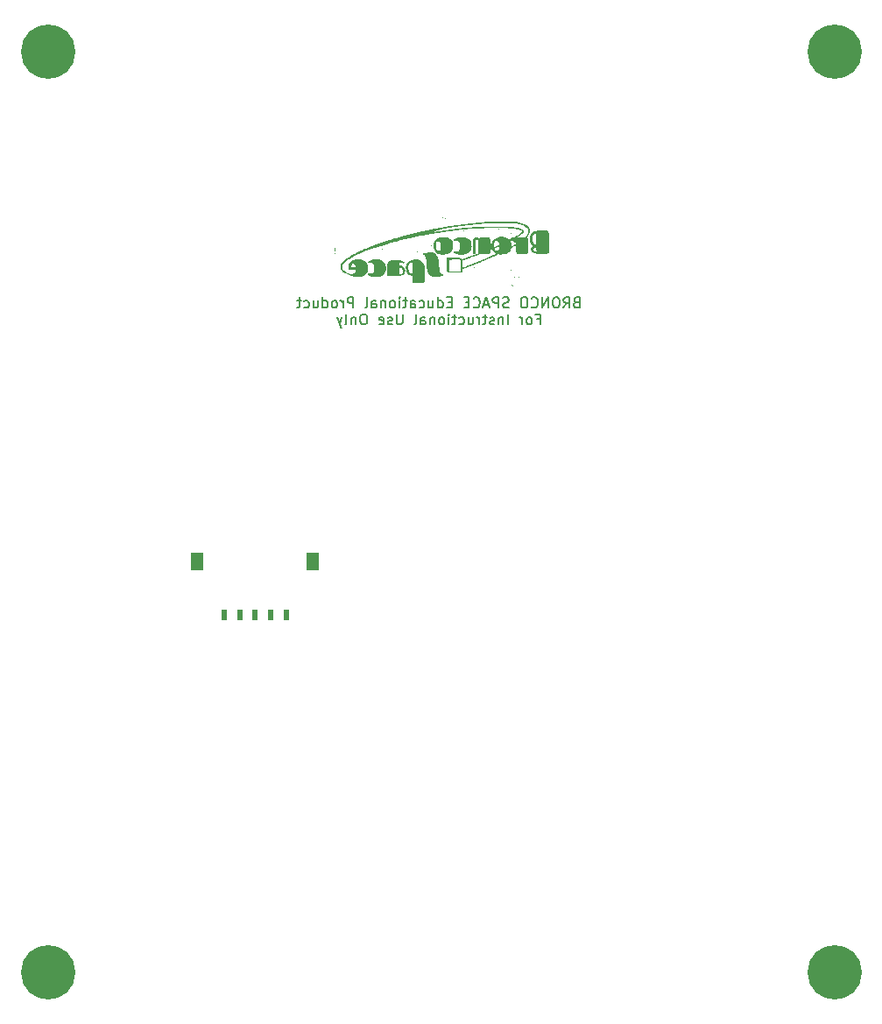
<source format=gbr>
%TF.GenerationSoftware,KiCad,Pcbnew,8.0.2-1*%
%TF.CreationDate,2024-06-12T16:50:45-07:00*%
%TF.ProjectId,solar-panel-NoCutout,736f6c61-722d-4706-916e-656c2d4e6f43,3.0*%
%TF.SameCoordinates,Original*%
%TF.FileFunction,Soldermask,Bot*%
%TF.FilePolarity,Negative*%
%FSLAX46Y46*%
G04 Gerber Fmt 4.6, Leading zero omitted, Abs format (unit mm)*
G04 Created by KiCad (PCBNEW 8.0.2-1) date 2024-06-12 16:50:45*
%MOMM*%
%LPD*%
G01*
G04 APERTURE LIST*
%ADD10C,0.150000*%
%ADD11C,0.000000*%
%ADD12C,5.250000*%
%ADD13R,0.600000X1.000000*%
%ADD14R,1.250000X1.800000*%
G04 APERTURE END LIST*
D10*
X157561906Y-94526037D02*
X157419049Y-94573656D01*
X157419049Y-94573656D02*
X157371430Y-94621275D01*
X157371430Y-94621275D02*
X157323811Y-94716513D01*
X157323811Y-94716513D02*
X157323811Y-94859370D01*
X157323811Y-94859370D02*
X157371430Y-94954608D01*
X157371430Y-94954608D02*
X157419049Y-95002228D01*
X157419049Y-95002228D02*
X157514287Y-95049847D01*
X157514287Y-95049847D02*
X157895239Y-95049847D01*
X157895239Y-95049847D02*
X157895239Y-94049847D01*
X157895239Y-94049847D02*
X157561906Y-94049847D01*
X157561906Y-94049847D02*
X157466668Y-94097466D01*
X157466668Y-94097466D02*
X157419049Y-94145085D01*
X157419049Y-94145085D02*
X157371430Y-94240323D01*
X157371430Y-94240323D02*
X157371430Y-94335561D01*
X157371430Y-94335561D02*
X157419049Y-94430799D01*
X157419049Y-94430799D02*
X157466668Y-94478418D01*
X157466668Y-94478418D02*
X157561906Y-94526037D01*
X157561906Y-94526037D02*
X157895239Y-94526037D01*
X156323811Y-95049847D02*
X156657144Y-94573656D01*
X156895239Y-95049847D02*
X156895239Y-94049847D01*
X156895239Y-94049847D02*
X156514287Y-94049847D01*
X156514287Y-94049847D02*
X156419049Y-94097466D01*
X156419049Y-94097466D02*
X156371430Y-94145085D01*
X156371430Y-94145085D02*
X156323811Y-94240323D01*
X156323811Y-94240323D02*
X156323811Y-94383180D01*
X156323811Y-94383180D02*
X156371430Y-94478418D01*
X156371430Y-94478418D02*
X156419049Y-94526037D01*
X156419049Y-94526037D02*
X156514287Y-94573656D01*
X156514287Y-94573656D02*
X156895239Y-94573656D01*
X155704763Y-94049847D02*
X155514287Y-94049847D01*
X155514287Y-94049847D02*
X155419049Y-94097466D01*
X155419049Y-94097466D02*
X155323811Y-94192704D01*
X155323811Y-94192704D02*
X155276192Y-94383180D01*
X155276192Y-94383180D02*
X155276192Y-94716513D01*
X155276192Y-94716513D02*
X155323811Y-94906989D01*
X155323811Y-94906989D02*
X155419049Y-95002228D01*
X155419049Y-95002228D02*
X155514287Y-95049847D01*
X155514287Y-95049847D02*
X155704763Y-95049847D01*
X155704763Y-95049847D02*
X155800001Y-95002228D01*
X155800001Y-95002228D02*
X155895239Y-94906989D01*
X155895239Y-94906989D02*
X155942858Y-94716513D01*
X155942858Y-94716513D02*
X155942858Y-94383180D01*
X155942858Y-94383180D02*
X155895239Y-94192704D01*
X155895239Y-94192704D02*
X155800001Y-94097466D01*
X155800001Y-94097466D02*
X155704763Y-94049847D01*
X154847620Y-95049847D02*
X154847620Y-94049847D01*
X154847620Y-94049847D02*
X154276192Y-95049847D01*
X154276192Y-95049847D02*
X154276192Y-94049847D01*
X153228573Y-94954608D02*
X153276192Y-95002228D01*
X153276192Y-95002228D02*
X153419049Y-95049847D01*
X153419049Y-95049847D02*
X153514287Y-95049847D01*
X153514287Y-95049847D02*
X153657144Y-95002228D01*
X153657144Y-95002228D02*
X153752382Y-94906989D01*
X153752382Y-94906989D02*
X153800001Y-94811751D01*
X153800001Y-94811751D02*
X153847620Y-94621275D01*
X153847620Y-94621275D02*
X153847620Y-94478418D01*
X153847620Y-94478418D02*
X153800001Y-94287942D01*
X153800001Y-94287942D02*
X153752382Y-94192704D01*
X153752382Y-94192704D02*
X153657144Y-94097466D01*
X153657144Y-94097466D02*
X153514287Y-94049847D01*
X153514287Y-94049847D02*
X153419049Y-94049847D01*
X153419049Y-94049847D02*
X153276192Y-94097466D01*
X153276192Y-94097466D02*
X153228573Y-94145085D01*
X152609525Y-94049847D02*
X152419049Y-94049847D01*
X152419049Y-94049847D02*
X152323811Y-94097466D01*
X152323811Y-94097466D02*
X152228573Y-94192704D01*
X152228573Y-94192704D02*
X152180954Y-94383180D01*
X152180954Y-94383180D02*
X152180954Y-94716513D01*
X152180954Y-94716513D02*
X152228573Y-94906989D01*
X152228573Y-94906989D02*
X152323811Y-95002228D01*
X152323811Y-95002228D02*
X152419049Y-95049847D01*
X152419049Y-95049847D02*
X152609525Y-95049847D01*
X152609525Y-95049847D02*
X152704763Y-95002228D01*
X152704763Y-95002228D02*
X152800001Y-94906989D01*
X152800001Y-94906989D02*
X152847620Y-94716513D01*
X152847620Y-94716513D02*
X152847620Y-94383180D01*
X152847620Y-94383180D02*
X152800001Y-94192704D01*
X152800001Y-94192704D02*
X152704763Y-94097466D01*
X152704763Y-94097466D02*
X152609525Y-94049847D01*
X151038096Y-95002228D02*
X150895239Y-95049847D01*
X150895239Y-95049847D02*
X150657144Y-95049847D01*
X150657144Y-95049847D02*
X150561906Y-95002228D01*
X150561906Y-95002228D02*
X150514287Y-94954608D01*
X150514287Y-94954608D02*
X150466668Y-94859370D01*
X150466668Y-94859370D02*
X150466668Y-94764132D01*
X150466668Y-94764132D02*
X150514287Y-94668894D01*
X150514287Y-94668894D02*
X150561906Y-94621275D01*
X150561906Y-94621275D02*
X150657144Y-94573656D01*
X150657144Y-94573656D02*
X150847620Y-94526037D01*
X150847620Y-94526037D02*
X150942858Y-94478418D01*
X150942858Y-94478418D02*
X150990477Y-94430799D01*
X150990477Y-94430799D02*
X151038096Y-94335561D01*
X151038096Y-94335561D02*
X151038096Y-94240323D01*
X151038096Y-94240323D02*
X150990477Y-94145085D01*
X150990477Y-94145085D02*
X150942858Y-94097466D01*
X150942858Y-94097466D02*
X150847620Y-94049847D01*
X150847620Y-94049847D02*
X150609525Y-94049847D01*
X150609525Y-94049847D02*
X150466668Y-94097466D01*
X150038096Y-95049847D02*
X150038096Y-94049847D01*
X150038096Y-94049847D02*
X149657144Y-94049847D01*
X149657144Y-94049847D02*
X149561906Y-94097466D01*
X149561906Y-94097466D02*
X149514287Y-94145085D01*
X149514287Y-94145085D02*
X149466668Y-94240323D01*
X149466668Y-94240323D02*
X149466668Y-94383180D01*
X149466668Y-94383180D02*
X149514287Y-94478418D01*
X149514287Y-94478418D02*
X149561906Y-94526037D01*
X149561906Y-94526037D02*
X149657144Y-94573656D01*
X149657144Y-94573656D02*
X150038096Y-94573656D01*
X149085715Y-94764132D02*
X148609525Y-94764132D01*
X149180953Y-95049847D02*
X148847620Y-94049847D01*
X148847620Y-94049847D02*
X148514287Y-95049847D01*
X147609525Y-94954608D02*
X147657144Y-95002228D01*
X147657144Y-95002228D02*
X147800001Y-95049847D01*
X147800001Y-95049847D02*
X147895239Y-95049847D01*
X147895239Y-95049847D02*
X148038096Y-95002228D01*
X148038096Y-95002228D02*
X148133334Y-94906989D01*
X148133334Y-94906989D02*
X148180953Y-94811751D01*
X148180953Y-94811751D02*
X148228572Y-94621275D01*
X148228572Y-94621275D02*
X148228572Y-94478418D01*
X148228572Y-94478418D02*
X148180953Y-94287942D01*
X148180953Y-94287942D02*
X148133334Y-94192704D01*
X148133334Y-94192704D02*
X148038096Y-94097466D01*
X148038096Y-94097466D02*
X147895239Y-94049847D01*
X147895239Y-94049847D02*
X147800001Y-94049847D01*
X147800001Y-94049847D02*
X147657144Y-94097466D01*
X147657144Y-94097466D02*
X147609525Y-94145085D01*
X147180953Y-94526037D02*
X146847620Y-94526037D01*
X146704763Y-95049847D02*
X147180953Y-95049847D01*
X147180953Y-95049847D02*
X147180953Y-94049847D01*
X147180953Y-94049847D02*
X146704763Y-94049847D01*
X145514286Y-94526037D02*
X145180953Y-94526037D01*
X145038096Y-95049847D02*
X145514286Y-95049847D01*
X145514286Y-95049847D02*
X145514286Y-94049847D01*
X145514286Y-94049847D02*
X145038096Y-94049847D01*
X144180953Y-95049847D02*
X144180953Y-94049847D01*
X144180953Y-95002228D02*
X144276191Y-95049847D01*
X144276191Y-95049847D02*
X144466667Y-95049847D01*
X144466667Y-95049847D02*
X144561905Y-95002228D01*
X144561905Y-95002228D02*
X144609524Y-94954608D01*
X144609524Y-94954608D02*
X144657143Y-94859370D01*
X144657143Y-94859370D02*
X144657143Y-94573656D01*
X144657143Y-94573656D02*
X144609524Y-94478418D01*
X144609524Y-94478418D02*
X144561905Y-94430799D01*
X144561905Y-94430799D02*
X144466667Y-94383180D01*
X144466667Y-94383180D02*
X144276191Y-94383180D01*
X144276191Y-94383180D02*
X144180953Y-94430799D01*
X143276191Y-94383180D02*
X143276191Y-95049847D01*
X143704762Y-94383180D02*
X143704762Y-94906989D01*
X143704762Y-94906989D02*
X143657143Y-95002228D01*
X143657143Y-95002228D02*
X143561905Y-95049847D01*
X143561905Y-95049847D02*
X143419048Y-95049847D01*
X143419048Y-95049847D02*
X143323810Y-95002228D01*
X143323810Y-95002228D02*
X143276191Y-94954608D01*
X142371429Y-95002228D02*
X142466667Y-95049847D01*
X142466667Y-95049847D02*
X142657143Y-95049847D01*
X142657143Y-95049847D02*
X142752381Y-95002228D01*
X142752381Y-95002228D02*
X142800000Y-94954608D01*
X142800000Y-94954608D02*
X142847619Y-94859370D01*
X142847619Y-94859370D02*
X142847619Y-94573656D01*
X142847619Y-94573656D02*
X142800000Y-94478418D01*
X142800000Y-94478418D02*
X142752381Y-94430799D01*
X142752381Y-94430799D02*
X142657143Y-94383180D01*
X142657143Y-94383180D02*
X142466667Y-94383180D01*
X142466667Y-94383180D02*
X142371429Y-94430799D01*
X141514286Y-95049847D02*
X141514286Y-94526037D01*
X141514286Y-94526037D02*
X141561905Y-94430799D01*
X141561905Y-94430799D02*
X141657143Y-94383180D01*
X141657143Y-94383180D02*
X141847619Y-94383180D01*
X141847619Y-94383180D02*
X141942857Y-94430799D01*
X141514286Y-95002228D02*
X141609524Y-95049847D01*
X141609524Y-95049847D02*
X141847619Y-95049847D01*
X141847619Y-95049847D02*
X141942857Y-95002228D01*
X141942857Y-95002228D02*
X141990476Y-94906989D01*
X141990476Y-94906989D02*
X141990476Y-94811751D01*
X141990476Y-94811751D02*
X141942857Y-94716513D01*
X141942857Y-94716513D02*
X141847619Y-94668894D01*
X141847619Y-94668894D02*
X141609524Y-94668894D01*
X141609524Y-94668894D02*
X141514286Y-94621275D01*
X141180952Y-94383180D02*
X140800000Y-94383180D01*
X141038095Y-94049847D02*
X141038095Y-94906989D01*
X141038095Y-94906989D02*
X140990476Y-95002228D01*
X140990476Y-95002228D02*
X140895238Y-95049847D01*
X140895238Y-95049847D02*
X140800000Y-95049847D01*
X140466666Y-95049847D02*
X140466666Y-94383180D01*
X140466666Y-94049847D02*
X140514285Y-94097466D01*
X140514285Y-94097466D02*
X140466666Y-94145085D01*
X140466666Y-94145085D02*
X140419047Y-94097466D01*
X140419047Y-94097466D02*
X140466666Y-94049847D01*
X140466666Y-94049847D02*
X140466666Y-94145085D01*
X139847619Y-95049847D02*
X139942857Y-95002228D01*
X139942857Y-95002228D02*
X139990476Y-94954608D01*
X139990476Y-94954608D02*
X140038095Y-94859370D01*
X140038095Y-94859370D02*
X140038095Y-94573656D01*
X140038095Y-94573656D02*
X139990476Y-94478418D01*
X139990476Y-94478418D02*
X139942857Y-94430799D01*
X139942857Y-94430799D02*
X139847619Y-94383180D01*
X139847619Y-94383180D02*
X139704762Y-94383180D01*
X139704762Y-94383180D02*
X139609524Y-94430799D01*
X139609524Y-94430799D02*
X139561905Y-94478418D01*
X139561905Y-94478418D02*
X139514286Y-94573656D01*
X139514286Y-94573656D02*
X139514286Y-94859370D01*
X139514286Y-94859370D02*
X139561905Y-94954608D01*
X139561905Y-94954608D02*
X139609524Y-95002228D01*
X139609524Y-95002228D02*
X139704762Y-95049847D01*
X139704762Y-95049847D02*
X139847619Y-95049847D01*
X139085714Y-94383180D02*
X139085714Y-95049847D01*
X139085714Y-94478418D02*
X139038095Y-94430799D01*
X139038095Y-94430799D02*
X138942857Y-94383180D01*
X138942857Y-94383180D02*
X138800000Y-94383180D01*
X138800000Y-94383180D02*
X138704762Y-94430799D01*
X138704762Y-94430799D02*
X138657143Y-94526037D01*
X138657143Y-94526037D02*
X138657143Y-95049847D01*
X137752381Y-95049847D02*
X137752381Y-94526037D01*
X137752381Y-94526037D02*
X137800000Y-94430799D01*
X137800000Y-94430799D02*
X137895238Y-94383180D01*
X137895238Y-94383180D02*
X138085714Y-94383180D01*
X138085714Y-94383180D02*
X138180952Y-94430799D01*
X137752381Y-95002228D02*
X137847619Y-95049847D01*
X137847619Y-95049847D02*
X138085714Y-95049847D01*
X138085714Y-95049847D02*
X138180952Y-95002228D01*
X138180952Y-95002228D02*
X138228571Y-94906989D01*
X138228571Y-94906989D02*
X138228571Y-94811751D01*
X138228571Y-94811751D02*
X138180952Y-94716513D01*
X138180952Y-94716513D02*
X138085714Y-94668894D01*
X138085714Y-94668894D02*
X137847619Y-94668894D01*
X137847619Y-94668894D02*
X137752381Y-94621275D01*
X137133333Y-95049847D02*
X137228571Y-95002228D01*
X137228571Y-95002228D02*
X137276190Y-94906989D01*
X137276190Y-94906989D02*
X137276190Y-94049847D01*
X135990475Y-95049847D02*
X135990475Y-94049847D01*
X135990475Y-94049847D02*
X135609523Y-94049847D01*
X135609523Y-94049847D02*
X135514285Y-94097466D01*
X135514285Y-94097466D02*
X135466666Y-94145085D01*
X135466666Y-94145085D02*
X135419047Y-94240323D01*
X135419047Y-94240323D02*
X135419047Y-94383180D01*
X135419047Y-94383180D02*
X135466666Y-94478418D01*
X135466666Y-94478418D02*
X135514285Y-94526037D01*
X135514285Y-94526037D02*
X135609523Y-94573656D01*
X135609523Y-94573656D02*
X135990475Y-94573656D01*
X134990475Y-95049847D02*
X134990475Y-94383180D01*
X134990475Y-94573656D02*
X134942856Y-94478418D01*
X134942856Y-94478418D02*
X134895237Y-94430799D01*
X134895237Y-94430799D02*
X134799999Y-94383180D01*
X134799999Y-94383180D02*
X134704761Y-94383180D01*
X134228570Y-95049847D02*
X134323808Y-95002228D01*
X134323808Y-95002228D02*
X134371427Y-94954608D01*
X134371427Y-94954608D02*
X134419046Y-94859370D01*
X134419046Y-94859370D02*
X134419046Y-94573656D01*
X134419046Y-94573656D02*
X134371427Y-94478418D01*
X134371427Y-94478418D02*
X134323808Y-94430799D01*
X134323808Y-94430799D02*
X134228570Y-94383180D01*
X134228570Y-94383180D02*
X134085713Y-94383180D01*
X134085713Y-94383180D02*
X133990475Y-94430799D01*
X133990475Y-94430799D02*
X133942856Y-94478418D01*
X133942856Y-94478418D02*
X133895237Y-94573656D01*
X133895237Y-94573656D02*
X133895237Y-94859370D01*
X133895237Y-94859370D02*
X133942856Y-94954608D01*
X133942856Y-94954608D02*
X133990475Y-95002228D01*
X133990475Y-95002228D02*
X134085713Y-95049847D01*
X134085713Y-95049847D02*
X134228570Y-95049847D01*
X133038094Y-95049847D02*
X133038094Y-94049847D01*
X133038094Y-95002228D02*
X133133332Y-95049847D01*
X133133332Y-95049847D02*
X133323808Y-95049847D01*
X133323808Y-95049847D02*
X133419046Y-95002228D01*
X133419046Y-95002228D02*
X133466665Y-94954608D01*
X133466665Y-94954608D02*
X133514284Y-94859370D01*
X133514284Y-94859370D02*
X133514284Y-94573656D01*
X133514284Y-94573656D02*
X133466665Y-94478418D01*
X133466665Y-94478418D02*
X133419046Y-94430799D01*
X133419046Y-94430799D02*
X133323808Y-94383180D01*
X133323808Y-94383180D02*
X133133332Y-94383180D01*
X133133332Y-94383180D02*
X133038094Y-94430799D01*
X132133332Y-94383180D02*
X132133332Y-95049847D01*
X132561903Y-94383180D02*
X132561903Y-94906989D01*
X132561903Y-94906989D02*
X132514284Y-95002228D01*
X132514284Y-95002228D02*
X132419046Y-95049847D01*
X132419046Y-95049847D02*
X132276189Y-95049847D01*
X132276189Y-95049847D02*
X132180951Y-95002228D01*
X132180951Y-95002228D02*
X132133332Y-94954608D01*
X131228570Y-95002228D02*
X131323808Y-95049847D01*
X131323808Y-95049847D02*
X131514284Y-95049847D01*
X131514284Y-95049847D02*
X131609522Y-95002228D01*
X131609522Y-95002228D02*
X131657141Y-94954608D01*
X131657141Y-94954608D02*
X131704760Y-94859370D01*
X131704760Y-94859370D02*
X131704760Y-94573656D01*
X131704760Y-94573656D02*
X131657141Y-94478418D01*
X131657141Y-94478418D02*
X131609522Y-94430799D01*
X131609522Y-94430799D02*
X131514284Y-94383180D01*
X131514284Y-94383180D02*
X131323808Y-94383180D01*
X131323808Y-94383180D02*
X131228570Y-94430799D01*
X130942855Y-94383180D02*
X130561903Y-94383180D01*
X130799998Y-94049847D02*
X130799998Y-94906989D01*
X130799998Y-94906989D02*
X130752379Y-95002228D01*
X130752379Y-95002228D02*
X130657141Y-95049847D01*
X130657141Y-95049847D02*
X130561903Y-95049847D01*
X153752382Y-96135981D02*
X154085715Y-96135981D01*
X154085715Y-96659791D02*
X154085715Y-95659791D01*
X154085715Y-95659791D02*
X153609525Y-95659791D01*
X153085715Y-96659791D02*
X153180953Y-96612172D01*
X153180953Y-96612172D02*
X153228572Y-96564552D01*
X153228572Y-96564552D02*
X153276191Y-96469314D01*
X153276191Y-96469314D02*
X153276191Y-96183600D01*
X153276191Y-96183600D02*
X153228572Y-96088362D01*
X153228572Y-96088362D02*
X153180953Y-96040743D01*
X153180953Y-96040743D02*
X153085715Y-95993124D01*
X153085715Y-95993124D02*
X152942858Y-95993124D01*
X152942858Y-95993124D02*
X152847620Y-96040743D01*
X152847620Y-96040743D02*
X152800001Y-96088362D01*
X152800001Y-96088362D02*
X152752382Y-96183600D01*
X152752382Y-96183600D02*
X152752382Y-96469314D01*
X152752382Y-96469314D02*
X152800001Y-96564552D01*
X152800001Y-96564552D02*
X152847620Y-96612172D01*
X152847620Y-96612172D02*
X152942858Y-96659791D01*
X152942858Y-96659791D02*
X153085715Y-96659791D01*
X152323810Y-96659791D02*
X152323810Y-95993124D01*
X152323810Y-96183600D02*
X152276191Y-96088362D01*
X152276191Y-96088362D02*
X152228572Y-96040743D01*
X152228572Y-96040743D02*
X152133334Y-95993124D01*
X152133334Y-95993124D02*
X152038096Y-95993124D01*
X150942857Y-96659791D02*
X150942857Y-95659791D01*
X150466667Y-95993124D02*
X150466667Y-96659791D01*
X150466667Y-96088362D02*
X150419048Y-96040743D01*
X150419048Y-96040743D02*
X150323810Y-95993124D01*
X150323810Y-95993124D02*
X150180953Y-95993124D01*
X150180953Y-95993124D02*
X150085715Y-96040743D01*
X150085715Y-96040743D02*
X150038096Y-96135981D01*
X150038096Y-96135981D02*
X150038096Y-96659791D01*
X149609524Y-96612172D02*
X149514286Y-96659791D01*
X149514286Y-96659791D02*
X149323810Y-96659791D01*
X149323810Y-96659791D02*
X149228572Y-96612172D01*
X149228572Y-96612172D02*
X149180953Y-96516933D01*
X149180953Y-96516933D02*
X149180953Y-96469314D01*
X149180953Y-96469314D02*
X149228572Y-96374076D01*
X149228572Y-96374076D02*
X149323810Y-96326457D01*
X149323810Y-96326457D02*
X149466667Y-96326457D01*
X149466667Y-96326457D02*
X149561905Y-96278838D01*
X149561905Y-96278838D02*
X149609524Y-96183600D01*
X149609524Y-96183600D02*
X149609524Y-96135981D01*
X149609524Y-96135981D02*
X149561905Y-96040743D01*
X149561905Y-96040743D02*
X149466667Y-95993124D01*
X149466667Y-95993124D02*
X149323810Y-95993124D01*
X149323810Y-95993124D02*
X149228572Y-96040743D01*
X148895238Y-95993124D02*
X148514286Y-95993124D01*
X148752381Y-95659791D02*
X148752381Y-96516933D01*
X148752381Y-96516933D02*
X148704762Y-96612172D01*
X148704762Y-96612172D02*
X148609524Y-96659791D01*
X148609524Y-96659791D02*
X148514286Y-96659791D01*
X148180952Y-96659791D02*
X148180952Y-95993124D01*
X148180952Y-96183600D02*
X148133333Y-96088362D01*
X148133333Y-96088362D02*
X148085714Y-96040743D01*
X148085714Y-96040743D02*
X147990476Y-95993124D01*
X147990476Y-95993124D02*
X147895238Y-95993124D01*
X147133333Y-95993124D02*
X147133333Y-96659791D01*
X147561904Y-95993124D02*
X147561904Y-96516933D01*
X147561904Y-96516933D02*
X147514285Y-96612172D01*
X147514285Y-96612172D02*
X147419047Y-96659791D01*
X147419047Y-96659791D02*
X147276190Y-96659791D01*
X147276190Y-96659791D02*
X147180952Y-96612172D01*
X147180952Y-96612172D02*
X147133333Y-96564552D01*
X146228571Y-96612172D02*
X146323809Y-96659791D01*
X146323809Y-96659791D02*
X146514285Y-96659791D01*
X146514285Y-96659791D02*
X146609523Y-96612172D01*
X146609523Y-96612172D02*
X146657142Y-96564552D01*
X146657142Y-96564552D02*
X146704761Y-96469314D01*
X146704761Y-96469314D02*
X146704761Y-96183600D01*
X146704761Y-96183600D02*
X146657142Y-96088362D01*
X146657142Y-96088362D02*
X146609523Y-96040743D01*
X146609523Y-96040743D02*
X146514285Y-95993124D01*
X146514285Y-95993124D02*
X146323809Y-95993124D01*
X146323809Y-95993124D02*
X146228571Y-96040743D01*
X145942856Y-95993124D02*
X145561904Y-95993124D01*
X145799999Y-95659791D02*
X145799999Y-96516933D01*
X145799999Y-96516933D02*
X145752380Y-96612172D01*
X145752380Y-96612172D02*
X145657142Y-96659791D01*
X145657142Y-96659791D02*
X145561904Y-96659791D01*
X145228570Y-96659791D02*
X145228570Y-95993124D01*
X145228570Y-95659791D02*
X145276189Y-95707410D01*
X145276189Y-95707410D02*
X145228570Y-95755029D01*
X145228570Y-95755029D02*
X145180951Y-95707410D01*
X145180951Y-95707410D02*
X145228570Y-95659791D01*
X145228570Y-95659791D02*
X145228570Y-95755029D01*
X144609523Y-96659791D02*
X144704761Y-96612172D01*
X144704761Y-96612172D02*
X144752380Y-96564552D01*
X144752380Y-96564552D02*
X144799999Y-96469314D01*
X144799999Y-96469314D02*
X144799999Y-96183600D01*
X144799999Y-96183600D02*
X144752380Y-96088362D01*
X144752380Y-96088362D02*
X144704761Y-96040743D01*
X144704761Y-96040743D02*
X144609523Y-95993124D01*
X144609523Y-95993124D02*
X144466666Y-95993124D01*
X144466666Y-95993124D02*
X144371428Y-96040743D01*
X144371428Y-96040743D02*
X144323809Y-96088362D01*
X144323809Y-96088362D02*
X144276190Y-96183600D01*
X144276190Y-96183600D02*
X144276190Y-96469314D01*
X144276190Y-96469314D02*
X144323809Y-96564552D01*
X144323809Y-96564552D02*
X144371428Y-96612172D01*
X144371428Y-96612172D02*
X144466666Y-96659791D01*
X144466666Y-96659791D02*
X144609523Y-96659791D01*
X143847618Y-95993124D02*
X143847618Y-96659791D01*
X143847618Y-96088362D02*
X143799999Y-96040743D01*
X143799999Y-96040743D02*
X143704761Y-95993124D01*
X143704761Y-95993124D02*
X143561904Y-95993124D01*
X143561904Y-95993124D02*
X143466666Y-96040743D01*
X143466666Y-96040743D02*
X143419047Y-96135981D01*
X143419047Y-96135981D02*
X143419047Y-96659791D01*
X142514285Y-96659791D02*
X142514285Y-96135981D01*
X142514285Y-96135981D02*
X142561904Y-96040743D01*
X142561904Y-96040743D02*
X142657142Y-95993124D01*
X142657142Y-95993124D02*
X142847618Y-95993124D01*
X142847618Y-95993124D02*
X142942856Y-96040743D01*
X142514285Y-96612172D02*
X142609523Y-96659791D01*
X142609523Y-96659791D02*
X142847618Y-96659791D01*
X142847618Y-96659791D02*
X142942856Y-96612172D01*
X142942856Y-96612172D02*
X142990475Y-96516933D01*
X142990475Y-96516933D02*
X142990475Y-96421695D01*
X142990475Y-96421695D02*
X142942856Y-96326457D01*
X142942856Y-96326457D02*
X142847618Y-96278838D01*
X142847618Y-96278838D02*
X142609523Y-96278838D01*
X142609523Y-96278838D02*
X142514285Y-96231219D01*
X141895237Y-96659791D02*
X141990475Y-96612172D01*
X141990475Y-96612172D02*
X142038094Y-96516933D01*
X142038094Y-96516933D02*
X142038094Y-95659791D01*
X140752379Y-95659791D02*
X140752379Y-96469314D01*
X140752379Y-96469314D02*
X140704760Y-96564552D01*
X140704760Y-96564552D02*
X140657141Y-96612172D01*
X140657141Y-96612172D02*
X140561903Y-96659791D01*
X140561903Y-96659791D02*
X140371427Y-96659791D01*
X140371427Y-96659791D02*
X140276189Y-96612172D01*
X140276189Y-96612172D02*
X140228570Y-96564552D01*
X140228570Y-96564552D02*
X140180951Y-96469314D01*
X140180951Y-96469314D02*
X140180951Y-95659791D01*
X139752379Y-96612172D02*
X139657141Y-96659791D01*
X139657141Y-96659791D02*
X139466665Y-96659791D01*
X139466665Y-96659791D02*
X139371427Y-96612172D01*
X139371427Y-96612172D02*
X139323808Y-96516933D01*
X139323808Y-96516933D02*
X139323808Y-96469314D01*
X139323808Y-96469314D02*
X139371427Y-96374076D01*
X139371427Y-96374076D02*
X139466665Y-96326457D01*
X139466665Y-96326457D02*
X139609522Y-96326457D01*
X139609522Y-96326457D02*
X139704760Y-96278838D01*
X139704760Y-96278838D02*
X139752379Y-96183600D01*
X139752379Y-96183600D02*
X139752379Y-96135981D01*
X139752379Y-96135981D02*
X139704760Y-96040743D01*
X139704760Y-96040743D02*
X139609522Y-95993124D01*
X139609522Y-95993124D02*
X139466665Y-95993124D01*
X139466665Y-95993124D02*
X139371427Y-96040743D01*
X138514284Y-96612172D02*
X138609522Y-96659791D01*
X138609522Y-96659791D02*
X138799998Y-96659791D01*
X138799998Y-96659791D02*
X138895236Y-96612172D01*
X138895236Y-96612172D02*
X138942855Y-96516933D01*
X138942855Y-96516933D02*
X138942855Y-96135981D01*
X138942855Y-96135981D02*
X138895236Y-96040743D01*
X138895236Y-96040743D02*
X138799998Y-95993124D01*
X138799998Y-95993124D02*
X138609522Y-95993124D01*
X138609522Y-95993124D02*
X138514284Y-96040743D01*
X138514284Y-96040743D02*
X138466665Y-96135981D01*
X138466665Y-96135981D02*
X138466665Y-96231219D01*
X138466665Y-96231219D02*
X138942855Y-96326457D01*
X137085712Y-95659791D02*
X136895236Y-95659791D01*
X136895236Y-95659791D02*
X136799998Y-95707410D01*
X136799998Y-95707410D02*
X136704760Y-95802648D01*
X136704760Y-95802648D02*
X136657141Y-95993124D01*
X136657141Y-95993124D02*
X136657141Y-96326457D01*
X136657141Y-96326457D02*
X136704760Y-96516933D01*
X136704760Y-96516933D02*
X136799998Y-96612172D01*
X136799998Y-96612172D02*
X136895236Y-96659791D01*
X136895236Y-96659791D02*
X137085712Y-96659791D01*
X137085712Y-96659791D02*
X137180950Y-96612172D01*
X137180950Y-96612172D02*
X137276188Y-96516933D01*
X137276188Y-96516933D02*
X137323807Y-96326457D01*
X137323807Y-96326457D02*
X137323807Y-95993124D01*
X137323807Y-95993124D02*
X137276188Y-95802648D01*
X137276188Y-95802648D02*
X137180950Y-95707410D01*
X137180950Y-95707410D02*
X137085712Y-95659791D01*
X136228569Y-95993124D02*
X136228569Y-96659791D01*
X136228569Y-96088362D02*
X136180950Y-96040743D01*
X136180950Y-96040743D02*
X136085712Y-95993124D01*
X136085712Y-95993124D02*
X135942855Y-95993124D01*
X135942855Y-95993124D02*
X135847617Y-96040743D01*
X135847617Y-96040743D02*
X135799998Y-96135981D01*
X135799998Y-96135981D02*
X135799998Y-96659791D01*
X135180950Y-96659791D02*
X135276188Y-96612172D01*
X135276188Y-96612172D02*
X135323807Y-96516933D01*
X135323807Y-96516933D02*
X135323807Y-95659791D01*
X134895235Y-95993124D02*
X134657140Y-96659791D01*
X134419045Y-95993124D02*
X134657140Y-96659791D01*
X134657140Y-96659791D02*
X134752378Y-96897886D01*
X134752378Y-96897886D02*
X134799997Y-96945505D01*
X134799997Y-96945505D02*
X134895235Y-96993124D01*
D11*
%TO.C,G\u002A\u002A\u002A*%
G36*
X133804737Y-88563947D02*
G01*
X133793596Y-88575088D01*
X133782456Y-88563947D01*
X133793596Y-88552807D01*
X133804737Y-88563947D01*
G37*
G36*
X141179649Y-87472193D02*
G01*
X141168509Y-87483333D01*
X141157368Y-87472193D01*
X141168509Y-87461053D01*
X141179649Y-87472193D01*
G37*
G36*
X142494210Y-88697632D02*
G01*
X142483070Y-88708772D01*
X142471930Y-88697632D01*
X142483070Y-88686491D01*
X142494210Y-88697632D01*
G37*
G36*
X142672456Y-86647807D02*
G01*
X142661316Y-86658947D01*
X142650175Y-86647807D01*
X142661316Y-86636667D01*
X142672456Y-86647807D01*
G37*
G36*
X144922807Y-90212719D02*
G01*
X144911666Y-90223860D01*
X144900526Y-90212719D01*
X144911666Y-90201579D01*
X144922807Y-90212719D01*
G37*
G36*
X145814035Y-92908684D02*
G01*
X145802895Y-92919825D01*
X145791754Y-92908684D01*
X145802895Y-92897544D01*
X145814035Y-92908684D01*
G37*
G36*
X146125965Y-92841842D02*
G01*
X146114824Y-92852982D01*
X146103684Y-92841842D01*
X146114824Y-92830702D01*
X146125965Y-92841842D01*
G37*
G36*
X146326491Y-92017456D02*
G01*
X146315351Y-92028596D01*
X146304210Y-92017456D01*
X146315351Y-92006316D01*
X146326491Y-92017456D01*
G37*
G36*
X146371052Y-92886403D02*
G01*
X146359912Y-92897544D01*
X146348772Y-92886403D01*
X146359912Y-92875263D01*
X146371052Y-92886403D01*
G37*
G36*
X148888772Y-92841842D02*
G01*
X148877631Y-92852982D01*
X148866491Y-92841842D01*
X148877631Y-92830702D01*
X148888772Y-92841842D01*
G37*
G36*
X152854737Y-87628158D02*
G01*
X152843596Y-87639298D01*
X152832456Y-87628158D01*
X152843596Y-87617018D01*
X152854737Y-87628158D01*
G37*
G36*
X153924210Y-92128860D02*
G01*
X153913070Y-92140000D01*
X153901930Y-92128860D01*
X153913070Y-92117719D01*
X153924210Y-92128860D01*
G37*
G36*
X155194210Y-86135351D02*
G01*
X155183070Y-86146491D01*
X155171930Y-86135351D01*
X155183070Y-86124211D01*
X155194210Y-86135351D01*
G37*
G36*
X155216491Y-86269035D02*
G01*
X155205351Y-86280175D01*
X155194210Y-86269035D01*
X155205351Y-86257895D01*
X155216491Y-86269035D01*
G37*
G36*
X133775029Y-87602164D02*
G01*
X133778515Y-87608865D01*
X133760175Y-87617018D01*
X133748380Y-87615410D01*
X133745321Y-87602164D01*
X133748587Y-87599497D01*
X133775029Y-87602164D01*
G37*
G36*
X141662397Y-89317778D02*
G01*
X141665883Y-89324479D01*
X141647544Y-89332632D01*
X141635748Y-89331024D01*
X141632690Y-89317778D01*
X141635956Y-89315111D01*
X141662397Y-89317778D01*
G37*
G36*
X144837862Y-90164078D02*
G01*
X144848175Y-90172098D01*
X144824400Y-90177539D01*
X144801802Y-90175964D01*
X144795157Y-90165837D01*
X144803040Y-90161422D01*
X144837862Y-90164078D01*
G37*
G36*
X145435263Y-91337895D02*
G01*
X145433655Y-91349690D01*
X145420409Y-91352749D01*
X145417743Y-91349483D01*
X145420409Y-91323041D01*
X145427111Y-91319555D01*
X145435263Y-91337895D01*
G37*
G36*
X145516959Y-90520936D02*
G01*
X145520445Y-90527637D01*
X145502105Y-90535789D01*
X145490310Y-90534181D01*
X145487251Y-90520936D01*
X145490517Y-90518269D01*
X145516959Y-90520936D01*
G37*
G36*
X145851169Y-89874795D02*
G01*
X145854655Y-89881497D01*
X145836316Y-89889649D01*
X145824520Y-89888041D01*
X145821462Y-89874795D01*
X145824727Y-89872129D01*
X145851169Y-89874795D01*
G37*
G36*
X146442072Y-93060569D02*
G01*
X146452385Y-93068589D01*
X146428611Y-93074030D01*
X146406012Y-93072455D01*
X146399368Y-93062328D01*
X146407250Y-93057913D01*
X146442072Y-93060569D01*
G37*
G36*
X150823675Y-90758596D02*
G01*
X150820569Y-90789246D01*
X150812437Y-90786447D01*
X150809494Y-90776362D01*
X150812437Y-90730746D01*
X150820173Y-90726966D01*
X150823675Y-90758596D01*
G37*
G36*
X150894035Y-92964386D02*
G01*
X150892427Y-92976181D01*
X150879181Y-92979240D01*
X150876515Y-92975974D01*
X150879181Y-92949532D01*
X150885883Y-92946046D01*
X150894035Y-92964386D01*
G37*
G36*
X151361930Y-92652456D02*
G01*
X151360322Y-92664251D01*
X151347076Y-92667310D01*
X151344409Y-92664044D01*
X151347076Y-92637602D01*
X151353777Y-92634117D01*
X151361930Y-92652456D01*
G37*
G36*
X151532748Y-92058304D02*
G01*
X151536234Y-92065006D01*
X151517895Y-92073158D01*
X151506099Y-92071550D01*
X151503041Y-92058304D01*
X151506306Y-92055638D01*
X151532748Y-92058304D01*
G37*
G36*
X134776075Y-88839014D02*
G01*
X134769197Y-88848911D01*
X134750352Y-88864737D01*
X134747237Y-88864520D01*
X134742330Y-88851622D01*
X134766249Y-88829188D01*
X134778701Y-88823767D01*
X134776075Y-88839014D01*
G37*
G36*
X142208903Y-89604585D02*
G01*
X142226842Y-89635278D01*
X142223112Y-89652039D01*
X142200384Y-89661736D01*
X142171055Y-89639712D01*
X142167165Y-89612988D01*
X142191564Y-89600000D01*
X142208903Y-89604585D01*
G37*
G36*
X145947719Y-92729124D02*
G01*
X145947283Y-92740373D01*
X145936758Y-92762875D01*
X145915250Y-92743118D01*
X145912222Y-92735085D01*
X145925075Y-92708382D01*
X145936757Y-92706176D01*
X145947719Y-92729124D01*
G37*
G36*
X146942408Y-87828290D02*
G01*
X146960059Y-87855574D01*
X146961645Y-87859801D01*
X146966320Y-87882127D01*
X146947586Y-87868047D01*
X146934872Y-87851664D01*
X146932373Y-87828095D01*
X146942408Y-87828290D01*
G37*
G36*
X152221968Y-92725243D02*
G01*
X152226064Y-92734049D01*
X152217889Y-92766850D01*
X152203327Y-92783712D01*
X152191056Y-92766940D01*
X152188325Y-92746219D01*
X152199942Y-92721584D01*
X152221968Y-92725243D01*
G37*
G36*
X155229748Y-86386009D02*
G01*
X155197813Y-86421115D01*
X155179617Y-86436140D01*
X155173883Y-86435032D01*
X155179961Y-86417826D01*
X155222061Y-86378322D01*
X155272193Y-86335877D01*
X155229748Y-86386009D01*
G37*
G36*
X134265205Y-89785672D02*
G01*
X134268424Y-89791319D01*
X134262407Y-89821325D01*
X134247997Y-89836765D01*
X134219808Y-89843738D01*
X134205789Y-89824122D01*
X134212511Y-89805232D01*
X134239145Y-89783993D01*
X134265205Y-89785672D01*
G37*
G36*
X136104975Y-86169419D02*
G01*
X136121930Y-86191053D01*
X136121282Y-86196378D01*
X136099649Y-86213333D01*
X136094323Y-86212686D01*
X136077368Y-86191053D01*
X136078016Y-86185727D01*
X136099649Y-86168772D01*
X136104975Y-86169419D01*
G37*
G36*
X138244446Y-86127615D02*
G01*
X138249737Y-86146491D01*
X138245170Y-86153232D01*
X138227456Y-86168772D01*
X138224233Y-86167723D01*
X138205175Y-86146491D01*
X138203391Y-86134691D01*
X138227456Y-86124211D01*
X138244446Y-86127615D01*
G37*
G36*
X138824184Y-89355550D02*
G01*
X138840175Y-89377193D01*
X138835924Y-89387841D01*
X138805439Y-89399474D01*
X138789525Y-89396267D01*
X138784474Y-89377193D01*
X138789034Y-89371108D01*
X138819210Y-89354912D01*
X138824184Y-89355550D01*
G37*
G36*
X139138614Y-90316685D02*
G01*
X139164108Y-90338314D01*
X139158926Y-90365576D01*
X139137011Y-90378316D01*
X139101878Y-90374430D01*
X139085263Y-90346403D01*
X139088978Y-90330846D01*
X139117369Y-90312982D01*
X139138614Y-90316685D01*
G37*
G36*
X140640684Y-87023943D02*
G01*
X140659037Y-87044029D01*
X140657036Y-87057417D01*
X140616265Y-87060000D01*
X140571618Y-87052231D01*
X140556103Y-87030661D01*
X140580208Y-87002977D01*
X140603175Y-87001440D01*
X140640684Y-87023943D01*
G37*
G36*
X141103926Y-87484359D02*
G01*
X141123947Y-87505614D01*
X141127429Y-87514245D01*
X141114122Y-87527895D01*
X141107654Y-87527039D01*
X141090526Y-87505614D01*
X141090782Y-87500572D01*
X141100352Y-87483333D01*
X141103926Y-87484359D01*
G37*
G36*
X142008269Y-88377075D02*
G01*
X142026316Y-88396842D01*
X142022545Y-88407092D01*
X141992895Y-88419123D01*
X141977520Y-88416609D01*
X141959474Y-88396842D01*
X141963244Y-88386592D01*
X141992895Y-88374561D01*
X142008269Y-88377075D01*
G37*
G36*
X142176445Y-88492861D02*
G01*
X142193465Y-88510489D01*
X142201595Y-88527328D01*
X142177230Y-88530526D01*
X142145207Y-88522159D01*
X142120432Y-88496698D01*
X142124878Y-88469098D01*
X142142701Y-88469038D01*
X142176445Y-88492861D01*
G37*
G36*
X142773170Y-88828406D02*
G01*
X142790131Y-88839235D01*
X142795097Y-88864579D01*
X142792528Y-88868417D01*
X142759627Y-88886021D01*
X142727242Y-88863254D01*
X142720013Y-88845061D01*
X142732784Y-88824006D01*
X142773170Y-88828406D01*
G37*
G36*
X143567918Y-89045496D02*
G01*
X143585965Y-89065263D01*
X143582194Y-89075513D01*
X143552544Y-89087544D01*
X143537169Y-89085030D01*
X143519123Y-89065263D01*
X143522893Y-89055013D01*
X143552544Y-89042982D01*
X143567918Y-89045496D01*
G37*
G36*
X143735833Y-89481122D02*
G01*
X143762421Y-89533158D01*
X143777374Y-89565511D01*
X143777334Y-89573001D01*
X143754299Y-89545610D01*
X143732386Y-89513328D01*
X143719649Y-89480625D01*
X143722649Y-89466634D01*
X143735833Y-89481122D01*
G37*
G36*
X143973022Y-87198321D02*
G01*
X143995789Y-87228967D01*
X143999631Y-87248464D01*
X143982855Y-87255425D01*
X143980932Y-87254735D01*
X143954996Y-87233414D01*
X143945903Y-87206766D01*
X143960496Y-87193684D01*
X143973022Y-87198321D01*
G37*
G36*
X146090962Y-92630383D02*
G01*
X146103684Y-92666503D01*
X146103318Y-92677192D01*
X146094879Y-92687299D01*
X146067611Y-92664127D01*
X146047688Y-92638695D01*
X146043847Y-92615743D01*
X146063991Y-92610622D01*
X146090962Y-92630383D01*
G37*
G36*
X146077735Y-90625580D02*
G01*
X146059123Y-90658333D01*
X146040253Y-90676396D01*
X146019352Y-90681691D01*
X146018230Y-90668806D01*
X146036842Y-90636053D01*
X146055711Y-90617990D01*
X146076613Y-90612695D01*
X146077735Y-90625580D01*
G37*
G36*
X146653448Y-87561423D02*
G01*
X146677423Y-87589167D01*
X146674235Y-87606373D01*
X146640278Y-87617018D01*
X146612602Y-87610888D01*
X146593859Y-87581963D01*
X146596109Y-87570383D01*
X146619757Y-87554594D01*
X146653448Y-87561423D01*
G37*
G36*
X147713220Y-91138016D02*
G01*
X147730175Y-91159649D01*
X147729528Y-91164975D01*
X147707895Y-91181930D01*
X147702569Y-91181282D01*
X147685614Y-91159649D01*
X147686261Y-91154323D01*
X147707895Y-91137368D01*
X147713220Y-91138016D01*
G37*
G36*
X149329394Y-87480923D02*
G01*
X149352396Y-87503943D01*
X149350975Y-87516589D01*
X149323245Y-87527895D01*
X149304850Y-87524259D01*
X149294095Y-87503943D01*
X149297121Y-87497337D01*
X149323245Y-87479991D01*
X149329394Y-87480923D01*
G37*
G36*
X149588681Y-91201766D02*
G01*
X149601754Y-91240261D01*
X149598751Y-91255111D01*
X149579474Y-91259912D01*
X149570266Y-91251216D01*
X149557193Y-91212721D01*
X149560196Y-91197871D01*
X149579474Y-91193070D01*
X149588681Y-91201766D01*
G37*
G36*
X149963571Y-92987314D02*
G01*
X149980526Y-93008947D01*
X149979879Y-93014273D01*
X149958245Y-93031228D01*
X149952920Y-93030581D01*
X149935965Y-93008947D01*
X149936612Y-93003622D01*
X149958245Y-92986667D01*
X149963571Y-92987314D01*
G37*
G36*
X150052521Y-87417347D02*
G01*
X150069649Y-87438772D01*
X150069394Y-87443814D01*
X150059824Y-87461053D01*
X150056250Y-87460027D01*
X150036228Y-87438772D01*
X150032746Y-87430141D01*
X150046053Y-87416491D01*
X150052521Y-87417347D01*
G37*
G36*
X151262662Y-91377418D02*
G01*
X151289517Y-91399167D01*
X151279319Y-91419661D01*
X151228245Y-91427018D01*
X151178568Y-91420295D01*
X151166974Y-91399167D01*
X151184147Y-91381819D01*
X151228245Y-91371316D01*
X151262662Y-91377418D01*
G37*
G36*
X151245534Y-87837415D02*
G01*
X151268536Y-87860434D01*
X151267116Y-87873081D01*
X151239386Y-87884386D01*
X151220991Y-87880751D01*
X151210235Y-87860434D01*
X151213261Y-87853828D01*
X151239386Y-87836482D01*
X151245534Y-87837415D01*
G37*
G36*
X151746551Y-92232527D02*
G01*
X151751842Y-92251403D01*
X151747275Y-92258144D01*
X151729561Y-92273684D01*
X151726338Y-92272636D01*
X151707281Y-92251403D01*
X151705496Y-92239603D01*
X151729561Y-92229123D01*
X151746551Y-92232527D01*
G37*
G36*
X152019083Y-92100775D02*
G01*
X152052631Y-92128860D01*
X152064879Y-92148864D01*
X152058088Y-92162281D01*
X152041619Y-92156945D01*
X152008070Y-92128860D01*
X151995822Y-92108855D01*
X152002614Y-92095439D01*
X152019083Y-92100775D01*
G37*
G36*
X152141754Y-92873948D02*
G01*
X152140898Y-92880415D01*
X152119474Y-92897544D01*
X152114431Y-92897288D01*
X152097193Y-92887718D01*
X152098218Y-92884144D01*
X152119474Y-92864123D01*
X152128104Y-92860641D01*
X152141754Y-92873948D01*
G37*
G36*
X152810175Y-87516754D02*
G01*
X152820761Y-87527915D01*
X152832115Y-87568201D01*
X152832039Y-87573268D01*
X152827479Y-87593336D01*
X152810175Y-87572456D01*
X152793764Y-87541524D01*
X152790493Y-87514956D01*
X152810175Y-87516754D01*
G37*
G36*
X152947479Y-86128388D02*
G01*
X152966140Y-86146491D01*
X152957784Y-86159441D01*
X152921579Y-86168772D01*
X152895679Y-86164594D01*
X152877017Y-86146491D01*
X152885373Y-86133541D01*
X152921579Y-86124211D01*
X152947479Y-86128388D01*
G37*
G36*
X153156814Y-89690125D02*
G01*
X153177807Y-89711403D01*
X153181957Y-89719292D01*
X153180437Y-89733684D01*
X153176519Y-89732682D01*
X153155526Y-89711403D01*
X153151376Y-89703515D01*
X153152896Y-89689123D01*
X153156814Y-89690125D01*
G37*
G36*
X137187545Y-90226718D02*
G01*
X137213238Y-90244918D01*
X137198830Y-90275848D01*
X137195948Y-90278472D01*
X137158524Y-90291058D01*
X137119995Y-90282589D01*
X137102281Y-90257281D01*
X137113183Y-90235481D01*
X137157982Y-90223860D01*
X137187545Y-90226718D01*
G37*
G36*
X145791754Y-86391579D02*
G01*
X145801538Y-86411026D01*
X145813694Y-86465306D01*
X145809868Y-86485847D01*
X145791754Y-86491842D01*
X145777037Y-86467450D01*
X145769815Y-86418115D01*
X145770279Y-86399495D01*
X145776226Y-86376243D01*
X145791754Y-86391579D01*
G37*
G36*
X149690877Y-86369298D02*
G01*
X149701684Y-86388187D01*
X149712817Y-86419430D01*
X149712274Y-86423346D01*
X149690877Y-86436140D01*
X149677058Y-86425128D01*
X149668938Y-86386009D01*
X149669185Y-86373930D01*
X149674624Y-86351800D01*
X149690877Y-86369298D01*
G37*
G36*
X151379927Y-92124325D02*
G01*
X151361930Y-92151140D01*
X151338509Y-92169667D01*
X151286789Y-92184424D01*
X151262333Y-92182775D01*
X151263859Y-92173461D01*
X151303205Y-92151003D01*
X151321679Y-92141513D01*
X151367611Y-92121118D01*
X151379927Y-92124325D01*
G37*
G36*
X151637997Y-92099030D02*
G01*
X151650013Y-92161662D01*
X151649847Y-92168033D01*
X151636812Y-92173829D01*
X151601447Y-92144218D01*
X151577232Y-92118104D01*
X151566148Y-92092344D01*
X151584731Y-92073240D01*
X151612440Y-92069024D01*
X151637997Y-92099030D01*
G37*
G36*
X154270108Y-86508547D02*
G01*
X154278903Y-86531410D01*
X154252851Y-86555068D01*
X154241937Y-86559436D01*
X154219430Y-86568066D01*
X154216863Y-86565093D01*
X154213859Y-86536403D01*
X154217741Y-86520817D01*
X154247281Y-86502982D01*
X154270108Y-86508547D01*
G37*
G36*
X144949303Y-86392555D02*
G01*
X144921168Y-86432766D01*
X144881036Y-86467244D01*
X144847563Y-86481909D01*
X144833684Y-86470709D01*
X144837430Y-86459443D01*
X144862336Y-86427465D01*
X144899082Y-86392988D01*
X144934010Y-86368082D01*
X144953462Y-86364823D01*
X144949303Y-86392555D01*
G37*
G36*
X151194824Y-92050877D02*
G01*
X151212412Y-92070509D01*
X151228245Y-92112035D01*
X151228228Y-92114403D01*
X151221274Y-92133589D01*
X151194824Y-92117719D01*
X151177237Y-92098087D01*
X151161403Y-92056561D01*
X151161420Y-92054194D01*
X151168375Y-92035008D01*
X151194824Y-92050877D01*
G37*
G36*
X155240066Y-88557506D02*
G01*
X155286280Y-88588481D01*
X155305614Y-88635246D01*
X155305606Y-88636843D01*
X155299585Y-88660140D01*
X155276300Y-88657533D01*
X155226848Y-88628227D01*
X155221238Y-88624476D01*
X155180306Y-88587870D01*
X155176923Y-88562375D01*
X155212035Y-88552807D01*
X155240066Y-88557506D01*
G37*
G36*
X144621127Y-86239385D02*
G01*
X144633158Y-86269035D01*
X144644670Y-86302906D01*
X144677719Y-86347018D01*
X144707899Y-86383122D01*
X144722281Y-86413860D01*
X144721276Y-86425457D01*
X144706856Y-86435166D01*
X144678135Y-86408398D01*
X144638728Y-86348002D01*
X144613198Y-86302275D01*
X144593109Y-86259491D01*
X144593048Y-86240146D01*
X144610877Y-86235614D01*
X144621127Y-86239385D01*
G37*
G36*
X151862730Y-86427885D02*
G01*
X151878984Y-86436227D01*
X151896666Y-86458020D01*
X151896668Y-86458294D01*
X151900829Y-86491004D01*
X151910592Y-86544759D01*
X151914672Y-86595039D01*
X151899452Y-86614386D01*
X151882758Y-86599772D01*
X151874386Y-86557219D01*
X151869689Y-86513792D01*
X151851590Y-86457458D01*
X151847477Y-86449564D01*
X151840519Y-86424869D01*
X151862730Y-86427885D01*
G37*
G36*
X134236167Y-89290113D02*
G01*
X134241727Y-89336628D01*
X134241962Y-89403458D01*
X134237511Y-89475764D01*
X134229013Y-89538704D01*
X134217104Y-89577437D01*
X134206579Y-89591856D01*
X134185530Y-89599182D01*
X134174334Y-89568799D01*
X134175633Y-89505307D01*
X134179313Y-89471797D01*
X134192012Y-89372050D01*
X134203840Y-89310065D01*
X134216070Y-89280523D01*
X134229972Y-89278105D01*
X134236167Y-89290113D01*
G37*
G36*
X151367949Y-92858953D02*
G01*
X151440628Y-92885267D01*
X151497813Y-92919688D01*
X151517895Y-92963249D01*
X151513565Y-92990237D01*
X151495614Y-93008947D01*
X151490320Y-93008338D01*
X151473333Y-92987712D01*
X151471969Y-92983111D01*
X151445315Y-92958144D01*
X151395351Y-92929472D01*
X151380750Y-92922194D01*
X151335569Y-92894002D01*
X151317368Y-92872724D01*
X151328452Y-92855604D01*
X151367949Y-92858953D01*
G37*
G36*
X138228509Y-90380588D02*
G01*
X138462733Y-90404698D01*
X138663349Y-90457971D01*
X138830326Y-90540389D01*
X138963628Y-90651933D01*
X139063221Y-90792584D01*
X139129074Y-90962321D01*
X139130604Y-90968395D01*
X139142926Y-91049446D01*
X139149324Y-91156838D01*
X139148766Y-91274251D01*
X139148692Y-91276241D01*
X139142240Y-91386555D01*
X139130440Y-91468667D01*
X139109892Y-91538653D01*
X139077196Y-91612588D01*
X139044324Y-91672544D01*
X138989474Y-91755507D01*
X138937089Y-91818794D01*
X138850215Y-91889652D01*
X138720417Y-91964894D01*
X138574561Y-92025160D01*
X138427982Y-92063093D01*
X138343783Y-92076667D01*
X138239984Y-92088538D01*
X138146827Y-92090291D01*
X138046294Y-92081942D01*
X137920370Y-92063505D01*
X137872159Y-92054497D01*
X137760301Y-92025920D01*
X137650009Y-91988777D01*
X137549656Y-91946783D01*
X137467611Y-91903656D01*
X137412245Y-91863112D01*
X137391930Y-91828869D01*
X137393677Y-91812019D01*
X137423100Y-91760704D01*
X137477377Y-91728915D01*
X137541544Y-91726855D01*
X137562790Y-91732133D01*
X137659965Y-91751979D01*
X137729365Y-91754936D01*
X137782723Y-91740198D01*
X137831774Y-91706962D01*
X137910144Y-91622570D01*
X137963033Y-91519168D01*
X137992861Y-91389581D01*
X138002227Y-91226491D01*
X137993497Y-91068618D01*
X137964209Y-90937075D01*
X137911894Y-90832522D01*
X137834098Y-90747976D01*
X137813313Y-90733078D01*
X137748733Y-90704632D01*
X137678491Y-90690626D01*
X137617660Y-90693086D01*
X137581316Y-90714035D01*
X137555088Y-90732996D01*
X137505913Y-90732857D01*
X137452458Y-90711946D01*
X137409529Y-90676589D01*
X137391930Y-90633113D01*
X137406088Y-90602517D01*
X137457090Y-90561440D01*
X137537726Y-90518755D01*
X137640082Y-90477265D01*
X137756247Y-90439774D01*
X137878308Y-90409082D01*
X137998352Y-90387994D01*
X138108466Y-90379312D01*
X138228509Y-90380588D01*
G37*
G36*
X146626496Y-88237345D02*
G01*
X146710986Y-88240161D01*
X146775030Y-88247500D01*
X146830584Y-88261481D01*
X146889607Y-88284222D01*
X146964055Y-88317841D01*
X146992659Y-88331431D01*
X147153703Y-88427596D01*
X147275675Y-88541372D01*
X147361447Y-88677108D01*
X147413892Y-88839149D01*
X147435882Y-89031842D01*
X147436835Y-89104568D01*
X147421032Y-89273953D01*
X147375912Y-89425774D01*
X147297833Y-89574343D01*
X147267495Y-89615704D01*
X147169970Y-89707092D01*
X147041755Y-89788511D01*
X146892492Y-89854425D01*
X146731823Y-89899300D01*
X146684233Y-89908459D01*
X146573191Y-89925227D01*
X146476232Y-89929751D01*
X146374342Y-89922163D01*
X146248509Y-89902590D01*
X146093571Y-89869869D01*
X145954222Y-89829616D01*
X145839950Y-89784887D01*
X145755572Y-89737916D01*
X145705900Y-89690936D01*
X145695752Y-89646182D01*
X145721440Y-89591328D01*
X145764760Y-89562592D01*
X145815542Y-89573490D01*
X145838707Y-89582967D01*
X145901836Y-89595210D01*
X145978245Y-89600000D01*
X146026103Y-89599170D01*
X146082553Y-89590470D01*
X146125650Y-89565353D01*
X146174904Y-89515429D01*
X146238436Y-89426995D01*
X146280117Y-89320477D01*
X146299880Y-89189887D01*
X146299883Y-89026791D01*
X146287837Y-88895987D01*
X146262026Y-88786867D01*
X146218463Y-88697080D01*
X146152674Y-88614079D01*
X146111933Y-88577869D01*
X146061327Y-88557853D01*
X145986647Y-88552807D01*
X145953531Y-88553870D01*
X145881130Y-88562882D01*
X145830711Y-88578087D01*
X145802441Y-88589367D01*
X145770674Y-88581668D01*
X145731049Y-88542420D01*
X145710027Y-88514800D01*
X145696579Y-88475041D01*
X145714295Y-88439270D01*
X145767019Y-88401908D01*
X145858596Y-88357378D01*
X145949783Y-88319373D01*
X146071348Y-88279564D01*
X146195601Y-88254261D01*
X146336324Y-88240905D01*
X146507301Y-88236937D01*
X146509603Y-88236935D01*
X146626496Y-88237345D01*
G37*
G36*
X143864932Y-89800526D02*
G01*
X143882643Y-89809649D01*
X144023375Y-89904448D01*
X144125682Y-90019092D01*
X144188120Y-90152010D01*
X144194567Y-90178109D01*
X144208271Y-90254160D01*
X144221977Y-90352285D01*
X144233505Y-90457807D01*
X144239571Y-90522474D01*
X144266514Y-90796274D01*
X144291691Y-91028359D01*
X144315431Y-91221026D01*
X144338062Y-91376573D01*
X144359911Y-91497299D01*
X144381306Y-91585501D01*
X144402575Y-91643478D01*
X144414440Y-91666269D01*
X144447211Y-91709831D01*
X144494894Y-91740646D01*
X144571886Y-91769423D01*
X144575918Y-91770735D01*
X144645262Y-91795054D01*
X144682365Y-91816278D01*
X144697264Y-91843540D01*
X144700000Y-91885972D01*
X144697946Y-91923845D01*
X144681380Y-91957724D01*
X144638728Y-91973812D01*
X144589472Y-91984840D01*
X144532895Y-91998938D01*
X144512934Y-92003206D01*
X144451482Y-92013406D01*
X144365015Y-92025954D01*
X144265526Y-92039048D01*
X144248638Y-92041158D01*
X144121532Y-92056327D01*
X144026112Y-92065284D01*
X143951204Y-92068029D01*
X143885635Y-92064558D01*
X143818231Y-92054869D01*
X143737816Y-92038962D01*
X143706983Y-92032044D01*
X143527495Y-91969935D01*
X143379666Y-91876746D01*
X143262543Y-91751726D01*
X143175176Y-91594123D01*
X143163339Y-91557122D01*
X143145551Y-91471709D01*
X143129599Y-91361291D01*
X143117392Y-91237632D01*
X143111662Y-91163210D01*
X143094818Y-90947972D01*
X143080435Y-90770824D01*
X143068064Y-90626892D01*
X143057256Y-90511302D01*
X143047561Y-90419184D01*
X143038533Y-90345662D01*
X143029720Y-90285865D01*
X143018983Y-90218036D01*
X143010249Y-90159169D01*
X143006835Y-90130876D01*
X143002894Y-90116797D01*
X142973050Y-90073915D01*
X142923997Y-90023411D01*
X142867859Y-89977044D01*
X142816761Y-89946570D01*
X142780929Y-89926242D01*
X142738655Y-89883080D01*
X142719688Y-89837230D01*
X142731515Y-89801442D01*
X142757700Y-89786827D01*
X142829753Y-89766516D01*
X142934571Y-89749142D01*
X143065069Y-89735567D01*
X143214159Y-89726650D01*
X143374757Y-89723255D01*
X143709426Y-89722544D01*
X143864932Y-89800526D01*
G37*
G36*
X145644316Y-89145898D02*
G01*
X145642076Y-89234296D01*
X145635410Y-89299170D01*
X145621900Y-89353001D01*
X145599128Y-89408269D01*
X145564676Y-89477456D01*
X145523527Y-89551484D01*
X145458303Y-89639927D01*
X145382555Y-89706875D01*
X145301246Y-89760171D01*
X145140756Y-89840313D01*
X144983640Y-89888445D01*
X144892789Y-89900920D01*
X144768625Y-89908404D01*
X144633266Y-89909442D01*
X144500564Y-89904279D01*
X144384377Y-89893160D01*
X144298560Y-89876330D01*
X144150680Y-89818147D01*
X144002073Y-89719765D01*
X143885725Y-89591377D01*
X143802445Y-89434194D01*
X143753046Y-89249428D01*
X143738470Y-89040214D01*
X143964861Y-89040214D01*
X143964869Y-89044634D01*
X143975361Y-89223049D01*
X144005550Y-89362728D01*
X144055276Y-89463182D01*
X144124377Y-89523918D01*
X144207968Y-89552855D01*
X144293245Y-89545505D01*
X144368050Y-89494963D01*
X144432751Y-89401082D01*
X144442319Y-89370231D01*
X144452882Y-89297641D01*
X144460056Y-89201163D01*
X144463521Y-89092741D01*
X144462955Y-88984320D01*
X144458040Y-88887845D01*
X144448455Y-88815261D01*
X144447062Y-88809200D01*
X144417572Y-88733342D01*
X144374062Y-88664866D01*
X144343311Y-88632335D01*
X144293973Y-88604519D01*
X144224554Y-88597864D01*
X144217313Y-88598001D01*
X144140763Y-88610130D01*
X144082441Y-88636855D01*
X144045001Y-88677873D01*
X144001730Y-88769651D01*
X143974353Y-88892709D01*
X143964861Y-89040214D01*
X143738470Y-89040214D01*
X143738336Y-89038293D01*
X143738648Y-89021666D01*
X143759559Y-88827197D01*
X143813117Y-88661892D01*
X143901110Y-88522864D01*
X144025324Y-88407225D01*
X144187544Y-88312089D01*
X144218059Y-88297734D01*
X144278792Y-88270705D01*
X144330969Y-88252465D01*
X144385212Y-88241233D01*
X144452146Y-88235229D01*
X144542393Y-88232671D01*
X144666579Y-88231777D01*
X144758165Y-88231862D01*
X144874819Y-88234626D01*
X144962588Y-88241393D01*
X145031082Y-88253042D01*
X145089912Y-88270452D01*
X145244331Y-88337394D01*
X145381477Y-88428355D01*
X145491980Y-88544377D01*
X145584533Y-88692884D01*
X145591668Y-88706829D01*
X145615733Y-88759331D01*
X145631176Y-88809774D01*
X145639874Y-88869809D01*
X145643705Y-88951088D01*
X145644546Y-89065263D01*
X145644468Y-89092741D01*
X145644316Y-89145898D01*
G37*
G36*
X141021281Y-91485877D02*
G01*
X141000657Y-91625940D01*
X140942162Y-91750399D01*
X140848893Y-91854549D01*
X140723944Y-91933688D01*
X140570411Y-91983112D01*
X140539219Y-91986940D01*
X140463384Y-91991858D01*
X140355663Y-91996242D01*
X140223359Y-91999860D01*
X140073773Y-92002481D01*
X139914206Y-92003875D01*
X139350606Y-92006316D01*
X139237655Y-91893365D01*
X139243496Y-91482719D01*
X140422105Y-91482719D01*
X140422105Y-91805789D01*
X140483377Y-91804805D01*
X140523257Y-91800565D01*
X140616223Y-91766489D01*
X140696896Y-91706949D01*
X140749266Y-91632330D01*
X140771146Y-91544275D01*
X140772751Y-91446545D01*
X140755417Y-91356364D01*
X140720573Y-91290737D01*
X140676499Y-91252251D01*
X140603991Y-91207051D01*
X140528315Y-91173061D01*
X140467554Y-91159649D01*
X140461065Y-91159793D01*
X140445211Y-91163979D01*
X140434365Y-91179034D01*
X140427579Y-91211698D01*
X140423906Y-91268708D01*
X140422397Y-91356802D01*
X140422105Y-91482719D01*
X139243496Y-91482719D01*
X139245012Y-91376112D01*
X139245050Y-91373413D01*
X139247585Y-91208404D01*
X139250323Y-91081342D01*
X139253915Y-90985712D01*
X139259012Y-90914998D01*
X139266266Y-90862682D01*
X139276328Y-90822248D01*
X139289849Y-90787180D01*
X139307481Y-90750961D01*
X139313391Y-90739625D01*
X139392708Y-90624328D01*
X139496809Y-90536059D01*
X139634884Y-90466843D01*
X139683055Y-90449120D01*
X139736300Y-90434321D01*
X139796147Y-90424580D01*
X139872084Y-90418870D01*
X139973597Y-90416167D01*
X140110175Y-90415444D01*
X140199538Y-90415818D01*
X140331916Y-90418923D01*
X140433324Y-90425759D01*
X140512471Y-90437032D01*
X140578070Y-90453452D01*
X140632414Y-90472711D01*
X140713788Y-90507467D01*
X140794964Y-90547297D01*
X140865668Y-90586746D01*
X140915625Y-90620361D01*
X140934561Y-90642686D01*
X140931671Y-90657815D01*
X140905412Y-90701896D01*
X140865171Y-90741416D01*
X140827464Y-90758513D01*
X140821770Y-90758104D01*
X140774389Y-90743333D01*
X140716786Y-90713952D01*
X140709787Y-90709873D01*
X140638598Y-90682484D01*
X140560827Y-90670768D01*
X140492187Y-90675653D01*
X140448390Y-90698070D01*
X140434799Y-90731673D01*
X140423846Y-90791378D01*
X140417937Y-90858972D01*
X140418526Y-90917307D01*
X140427069Y-90949233D01*
X140433800Y-90953033D01*
X140474991Y-90963914D01*
X140537044Y-90973399D01*
X140626447Y-90991995D01*
X140752123Y-91046258D01*
X140862790Y-91125864D01*
X140948624Y-91223223D01*
X140999796Y-91330748D01*
X141000938Y-91334913D01*
X141015981Y-91446545D01*
X141021281Y-91485877D01*
G37*
G36*
X142868435Y-90923084D02*
G01*
X142876973Y-90962151D01*
X142883479Y-91010193D01*
X142888228Y-91072295D01*
X142891496Y-91153540D01*
X142893557Y-91259012D01*
X142894689Y-91393794D01*
X142895165Y-91562969D01*
X142895263Y-91771623D01*
X142895289Y-91974068D01*
X142894962Y-92148492D01*
X142893629Y-92286953D01*
X142890640Y-92393867D01*
X142885342Y-92473649D01*
X142877083Y-92530714D01*
X142865213Y-92569476D01*
X142849078Y-92594352D01*
X142828028Y-92609755D01*
X142801410Y-92620102D01*
X142768573Y-92629806D01*
X142733374Y-92635287D01*
X142658970Y-92640915D01*
X142555981Y-92645583D01*
X142432881Y-92648916D01*
X142298148Y-92650541D01*
X142208638Y-92650745D01*
X142075786Y-92649667D01*
X141977445Y-92646339D01*
X141907135Y-92640322D01*
X141858374Y-92631176D01*
X141824683Y-92618463D01*
X141758947Y-92584470D01*
X141758947Y-92341405D01*
X141758818Y-92304464D01*
X141755098Y-92175146D01*
X141745217Y-92083681D01*
X141727794Y-92024830D01*
X141701450Y-91993355D01*
X141664806Y-91984017D01*
X141662061Y-91983975D01*
X141596019Y-91969394D01*
X141509964Y-91933531D01*
X141417178Y-91883504D01*
X141330944Y-91826434D01*
X141264541Y-91769441D01*
X141194706Y-91687206D01*
X141140098Y-91595108D01*
X141105222Y-91490889D01*
X141086681Y-91364080D01*
X141081076Y-91204211D01*
X141081075Y-91197925D01*
X141313822Y-91197925D01*
X141318964Y-91325461D01*
X141343334Y-91471504D01*
X141389828Y-91585619D01*
X141460755Y-91672904D01*
X141558421Y-91738459D01*
X141603711Y-91760011D01*
X141668705Y-91786672D01*
X141717872Y-91801981D01*
X141739161Y-91801721D01*
X141739996Y-91780434D01*
X141741193Y-91720179D01*
X141742638Y-91626906D01*
X141744245Y-91506523D01*
X141745932Y-91364935D01*
X141747614Y-91208050D01*
X141749030Y-91033878D01*
X141749220Y-90888878D01*
X141747889Y-90779638D01*
X141744857Y-90701646D01*
X141739945Y-90650387D01*
X141732972Y-90621346D01*
X141723758Y-90610010D01*
X141683450Y-90606522D01*
X141613387Y-90626891D01*
X141535855Y-90670364D01*
X141463428Y-90731093D01*
X141414628Y-90785754D01*
X141364832Y-90862514D01*
X141333843Y-90949275D01*
X141318045Y-91057318D01*
X141313822Y-91197925D01*
X141081075Y-91197925D01*
X141081070Y-91168606D01*
X141082407Y-91064710D01*
X141087355Y-90990014D01*
X141097867Y-90932501D01*
X141115898Y-90880156D01*
X141143402Y-90820962D01*
X141204606Y-90715597D01*
X141310787Y-90594562D01*
X141444985Y-90502746D01*
X141613296Y-90435146D01*
X141689395Y-90412966D01*
X141769974Y-90394287D01*
X141847328Y-90384541D01*
X141937340Y-90381913D01*
X142055893Y-90384590D01*
X142164087Y-90389832D01*
X142271031Y-90400722D01*
X142357962Y-90418395D01*
X142438509Y-90445004D01*
X142525217Y-90486813D01*
X142658553Y-90585698D01*
X142768788Y-90711991D01*
X142845584Y-90855272D01*
X142857588Y-90887909D01*
X142857887Y-90888878D01*
X142868435Y-90923084D01*
G37*
G36*
X154909129Y-88945961D02*
G01*
X154910016Y-89153804D01*
X154909834Y-89324487D01*
X154908207Y-89461797D01*
X154904760Y-89569522D01*
X154901126Y-89622281D01*
X154899117Y-89651449D01*
X154890902Y-89711366D01*
X154879738Y-89753060D01*
X154865251Y-89780318D01*
X154847063Y-89796928D01*
X154824800Y-89806677D01*
X154798085Y-89813352D01*
X154752228Y-89823854D01*
X154715175Y-89833199D01*
X154697408Y-89835719D01*
X154636859Y-89838400D01*
X154544024Y-89839406D01*
X154426517Y-89838922D01*
X154291953Y-89837134D01*
X154147946Y-89834230D01*
X154002110Y-89830394D01*
X153862061Y-89825814D01*
X153735413Y-89820676D01*
X153629779Y-89815166D01*
X153552776Y-89809469D01*
X153512017Y-89803773D01*
X153453661Y-89785153D01*
X153333949Y-89724905D01*
X153251718Y-89643051D01*
X153204302Y-89536266D01*
X153189030Y-89401225D01*
X153189067Y-89374764D01*
X153189476Y-89365180D01*
X153415573Y-89365180D01*
X153419690Y-89419172D01*
X153440731Y-89482801D01*
X153500455Y-89561009D01*
X153561170Y-89602663D01*
X153635749Y-89622281D01*
X153703076Y-89622281D01*
X153696669Y-89416184D01*
X153690263Y-89210088D01*
X153626963Y-89214560D01*
X153612076Y-89216801D01*
X153549209Y-89239995D01*
X153485279Y-89278820D01*
X153473261Y-89288096D01*
X153430589Y-89327567D01*
X153415573Y-89365180D01*
X153189476Y-89365180D01*
X153192028Y-89305351D01*
X153204928Y-89258236D01*
X153235032Y-89216120D01*
X153289602Y-89161707D01*
X153335777Y-89114796D01*
X153365270Y-89078971D01*
X153368359Y-89065263D01*
X153339853Y-89054133D01*
X153289954Y-89015962D01*
X153233570Y-88960734D01*
X153181344Y-88899056D01*
X153143918Y-88841540D01*
X153117834Y-88778343D01*
X153089135Y-88689669D01*
X153064527Y-88595799D01*
X153052908Y-88538041D01*
X153038520Y-88354141D01*
X153300351Y-88354141D01*
X153300817Y-88423264D01*
X153304868Y-88510422D01*
X153315520Y-88577842D01*
X153335674Y-88640941D01*
X153368228Y-88715135D01*
X153401650Y-88780611D01*
X153458080Y-88861552D01*
X153523715Y-88918163D01*
X153593115Y-88958679D01*
X153649656Y-88975296D01*
X153686550Y-88961287D01*
X153688229Y-88958489D01*
X153694546Y-88920487D01*
X153698692Y-88845751D01*
X153700667Y-88740655D01*
X153700468Y-88611572D01*
X153698093Y-88464876D01*
X153693541Y-88306939D01*
X153686809Y-88144137D01*
X153681218Y-88040095D01*
X153673818Y-87944005D01*
X153665272Y-87882361D01*
X153654733Y-87849517D01*
X153641360Y-87839825D01*
X153578831Y-87854870D01*
X153501125Y-87898661D01*
X153425703Y-87961754D01*
X153366043Y-88034612D01*
X153337723Y-88081870D01*
X153317409Y-88128101D01*
X153306171Y-88180322D01*
X153301365Y-88251384D01*
X153300351Y-88354141D01*
X153038520Y-88354141D01*
X153037538Y-88341594D01*
X153061423Y-88160971D01*
X153123067Y-87999256D01*
X153220971Y-87859536D01*
X153353638Y-87744894D01*
X153519570Y-87658417D01*
X153539634Y-87650801D01*
X153583831Y-87636503D01*
X153632743Y-87625377D01*
X153693011Y-87616784D01*
X153771274Y-87610089D01*
X153874172Y-87604653D01*
X154008347Y-87599841D01*
X154180438Y-87595014D01*
X154182041Y-87594972D01*
X154371530Y-87590751D01*
X154521625Y-87589480D01*
X154637395Y-87591757D01*
X154723907Y-87598176D01*
X154786228Y-87609336D01*
X154829427Y-87625833D01*
X154858571Y-87648262D01*
X154878728Y-87677222D01*
X154879379Y-87678728D01*
X154884939Y-87716157D01*
X154890124Y-87794963D01*
X154894855Y-87912288D01*
X154899051Y-88065272D01*
X154902632Y-88251056D01*
X154905520Y-88466782D01*
X154907632Y-88709591D01*
X154907829Y-88740655D01*
X154909129Y-88945961D01*
G37*
G36*
X153064929Y-87740636D02*
G01*
X153007085Y-87908091D01*
X152907426Y-88080410D01*
X152898057Y-88094002D01*
X152853435Y-88161067D01*
X152822040Y-88212113D01*
X152810175Y-88236993D01*
X152821339Y-88257289D01*
X152827084Y-88263158D01*
X152854737Y-88291409D01*
X152859643Y-88295779D01*
X152871026Y-88309093D01*
X152879995Y-88328486D01*
X152886838Y-88358767D01*
X152891841Y-88404748D01*
X152895291Y-88471239D01*
X152897474Y-88563050D01*
X152898679Y-88684991D01*
X152899191Y-88841873D01*
X152899203Y-88864202D01*
X152899298Y-89038506D01*
X152899245Y-89123028D01*
X152898560Y-89313417D01*
X152896949Y-89465055D01*
X152894244Y-89582137D01*
X152890276Y-89668853D01*
X152884877Y-89729396D01*
X152877877Y-89767959D01*
X152869109Y-89788734D01*
X152866115Y-89792597D01*
X152851366Y-89805454D01*
X152827339Y-89815146D01*
X152788154Y-89822206D01*
X152727931Y-89827170D01*
X152640789Y-89830572D01*
X152520846Y-89832948D01*
X152362223Y-89834831D01*
X152225849Y-89835793D01*
X152078437Y-89834938D01*
X151966436Y-89830798D01*
X151884630Y-89822465D01*
X151827799Y-89809029D01*
X151790726Y-89789580D01*
X151768191Y-89763209D01*
X151754978Y-89729006D01*
X151753031Y-89718410D01*
X151748378Y-89663880D01*
X151744591Y-89577887D01*
X151742017Y-89469889D01*
X151741006Y-89349342D01*
X151740792Y-89294340D01*
X151739326Y-89186273D01*
X151736714Y-89099467D01*
X151733237Y-89041687D01*
X151729175Y-89020702D01*
X151716197Y-89026046D01*
X151670873Y-89049259D01*
X151601729Y-89086639D01*
X151524703Y-89129519D01*
X151517448Y-89133558D01*
X151317249Y-89246415D01*
X151228112Y-89433174D01*
X151217228Y-89455797D01*
X151170724Y-89545099D01*
X151127937Y-89608551D01*
X151078706Y-89659237D01*
X151012866Y-89710239D01*
X151012121Y-89710771D01*
X150845254Y-89804262D01*
X150794485Y-89821007D01*
X150650574Y-89868473D01*
X150435243Y-89901699D01*
X150206424Y-89902235D01*
X149991666Y-89887150D01*
X149757719Y-89997505D01*
X149691165Y-90028509D01*
X149574735Y-90081467D01*
X149446127Y-90138772D01*
X149311946Y-90197600D01*
X149178796Y-90255127D01*
X149053280Y-90308528D01*
X148942002Y-90354979D01*
X148851567Y-90391656D01*
X148788578Y-90415733D01*
X148759638Y-90424386D01*
X148754965Y-90424911D01*
X148715631Y-90439414D01*
X148661668Y-90467585D01*
X148656577Y-90470503D01*
X148595565Y-90501284D01*
X148511463Y-90539232D01*
X148420877Y-90576814D01*
X148409298Y-90581406D01*
X148319373Y-90617704D01*
X148204290Y-90664912D01*
X148077631Y-90717432D01*
X147952982Y-90769664D01*
X147917839Y-90784422D01*
X147803656Y-90831596D01*
X147699614Y-90873491D01*
X147615984Y-90906014D01*
X147563039Y-90925071D01*
X147517117Y-90941186D01*
X147435226Y-90972187D01*
X147335024Y-91011631D01*
X147228829Y-91054738D01*
X147156650Y-91084368D01*
X147020393Y-91139770D01*
X146883497Y-91194887D01*
X146766846Y-91241286D01*
X146549921Y-91326754D01*
X146549609Y-91464745D01*
X146549323Y-91518865D01*
X146547858Y-91538421D01*
X146545824Y-91565581D01*
X146534530Y-91601690D01*
X146510846Y-91628558D01*
X146470176Y-91647550D01*
X146407923Y-91660028D01*
X146319493Y-91667358D01*
X146200290Y-91670905D01*
X146045718Y-91672033D01*
X145851181Y-91672105D01*
X145252102Y-91672105D01*
X145143547Y-91601764D01*
X145097661Y-91569487D01*
X145047716Y-91526860D01*
X145023829Y-91495931D01*
X145020534Y-91466612D01*
X145016610Y-91398451D01*
X145012395Y-91297997D01*
X145008436Y-91180773D01*
X145260910Y-91180773D01*
X145262480Y-91318377D01*
X145266397Y-91417099D01*
X145272747Y-91479413D01*
X145281616Y-91507793D01*
X145290259Y-91514313D01*
X145317528Y-91522723D01*
X145365637Y-91529043D01*
X145439328Y-91533522D01*
X145543345Y-91536411D01*
X145682429Y-91537960D01*
X145861324Y-91538421D01*
X146415614Y-91538421D01*
X146415614Y-90995272D01*
X146415475Y-90892347D01*
X146414413Y-90737872D01*
X146412087Y-90620525D01*
X146408240Y-90535520D01*
X146404107Y-90493313D01*
X146549298Y-90493313D01*
X146549298Y-90837622D01*
X146549638Y-90906632D01*
X146551724Y-91015470D01*
X146555393Y-91102352D01*
X146560277Y-91159744D01*
X146566009Y-91180110D01*
X146570422Y-91178787D01*
X146608509Y-91164481D01*
X146680705Y-91136149D01*
X146781811Y-91095870D01*
X146906625Y-91045722D01*
X147049947Y-90987783D01*
X147206579Y-90924131D01*
X147249896Y-90906503D01*
X147410696Y-90841405D01*
X147561682Y-90780788D01*
X147696571Y-90727138D01*
X147809082Y-90682945D01*
X147892933Y-90650696D01*
X147941842Y-90632881D01*
X147981337Y-90618985D01*
X148050840Y-90591116D01*
X148097807Y-90567835D01*
X148099910Y-90566587D01*
X148138401Y-90547955D01*
X148210239Y-90516174D01*
X148308297Y-90474293D01*
X148425447Y-90425361D01*
X148554561Y-90372428D01*
X148651067Y-90332997D01*
X148840388Y-90254378D01*
X149024153Y-90176505D01*
X149197900Y-90101387D01*
X149357164Y-90031031D01*
X149497481Y-89967448D01*
X149614387Y-89912645D01*
X149703418Y-89868632D01*
X149760110Y-89837416D01*
X149780000Y-89821007D01*
X149778861Y-89817327D01*
X149754242Y-89792207D01*
X149707588Y-89759343D01*
X149690007Y-89748008D01*
X149568081Y-89639950D01*
X149467145Y-89494167D01*
X149449056Y-89462466D01*
X149419750Y-89417273D01*
X149402695Y-89399557D01*
X149399508Y-89400211D01*
X149367533Y-89415209D01*
X149317675Y-89443791D01*
X149287056Y-89463843D01*
X149259197Y-89493487D01*
X149247586Y-89536145D01*
X149245263Y-89607559D01*
X149244489Y-89641565D01*
X149235168Y-89709683D01*
X149211814Y-89763202D01*
X149170085Y-89803699D01*
X149105641Y-89832751D01*
X149014141Y-89851936D01*
X148891244Y-89862831D01*
X148732610Y-89867013D01*
X148533897Y-89866059D01*
X148479349Y-89865352D01*
X148366347Y-89864676D01*
X148284109Y-89866664D01*
X148222714Y-89872603D01*
X148172242Y-89883782D01*
X148122773Y-89901488D01*
X148064386Y-89927010D01*
X148055289Y-89931066D01*
X147973649Y-89965241D01*
X147864954Y-90008147D01*
X147742297Y-90054705D01*
X147618772Y-90099838D01*
X147616533Y-90100637D01*
X147482484Y-90148932D01*
X147339608Y-90201049D01*
X147204856Y-90250772D01*
X147095175Y-90291884D01*
X147027333Y-90317256D01*
X146932261Y-90351555D01*
X146854247Y-90378246D01*
X146805526Y-90393055D01*
X146788642Y-90397688D01*
X146718447Y-90421477D01*
X146643991Y-90451477D01*
X146549298Y-90493313D01*
X146404107Y-90493313D01*
X146402615Y-90478072D01*
X146394952Y-90443398D01*
X146384995Y-90426712D01*
X146379013Y-90423427D01*
X146339610Y-90415500D01*
X146265613Y-90410006D01*
X146154544Y-90406859D01*
X146003922Y-90405976D01*
X145811267Y-90407273D01*
X145268158Y-90413246D01*
X145262178Y-90945206D01*
X145261604Y-91001812D01*
X145260910Y-91180773D01*
X145008436Y-91180773D01*
X145008122Y-91171488D01*
X145004024Y-91025162D01*
X145000331Y-90865256D01*
X144997789Y-90740412D01*
X144995064Y-90589039D01*
X144993834Y-90473231D01*
X144994378Y-90387620D01*
X144996972Y-90326839D01*
X145001893Y-90285522D01*
X145009417Y-90258302D01*
X145019822Y-90239812D01*
X145033384Y-90224686D01*
X145041950Y-90216611D01*
X145059077Y-90204790D01*
X145083323Y-90195767D01*
X145120039Y-90189165D01*
X145174571Y-90184608D01*
X145252270Y-90181720D01*
X145358484Y-90180124D01*
X145498561Y-90179442D01*
X145677851Y-90179298D01*
X146276929Y-90179298D01*
X146390296Y-90257281D01*
X146444452Y-90292280D01*
X146500661Y-90323311D01*
X146534268Y-90335263D01*
X146561814Y-90329398D01*
X146623546Y-90311048D01*
X146708743Y-90283192D01*
X146807744Y-90248880D01*
X146869929Y-90226784D01*
X147011326Y-90176644D01*
X147157294Y-90124994D01*
X147284561Y-90080071D01*
X147345448Y-90058274D01*
X147471844Y-90011401D01*
X147595529Y-89963760D01*
X147696754Y-89922881D01*
X147716466Y-89914686D01*
X147814132Y-89875848D01*
X147906283Y-89841669D01*
X147975263Y-89818752D01*
X148075526Y-89789386D01*
X148075526Y-89323068D01*
X149629838Y-89323068D01*
X149638016Y-89359326D01*
X149664661Y-89409974D01*
X149701503Y-89460998D01*
X149740269Y-89498384D01*
X149770182Y-89514379D01*
X149850237Y-89531308D01*
X149934197Y-89524457D01*
X150001057Y-89494167D01*
X150021694Y-89470050D01*
X150054735Y-89408234D01*
X150081243Y-89332632D01*
X150099560Y-89253433D01*
X150111447Y-89181126D01*
X150114848Y-89129519D01*
X150108396Y-89109825D01*
X150108250Y-89109830D01*
X150083443Y-89118612D01*
X150028403Y-89141097D01*
X149953301Y-89172869D01*
X149868307Y-89209510D01*
X149783594Y-89246600D01*
X149709333Y-89279722D01*
X149655694Y-89304458D01*
X149632851Y-89316389D01*
X149629838Y-89323068D01*
X148075526Y-89323068D01*
X148075526Y-89154386D01*
X148074893Y-88988685D01*
X148072882Y-88829031D01*
X148069647Y-88694364D01*
X148065343Y-88589577D01*
X148060129Y-88519563D01*
X148054161Y-88489214D01*
X148051148Y-88485135D01*
X147998682Y-88444331D01*
X147936845Y-88433261D01*
X147883024Y-88455364D01*
X147875638Y-88462822D01*
X147865113Y-88479274D01*
X147857001Y-88504745D01*
X147850992Y-88544312D01*
X147846773Y-88603052D01*
X147844033Y-88686044D01*
X147842462Y-88798364D01*
X147841748Y-88945090D01*
X147841579Y-89131300D01*
X147841482Y-89320972D01*
X147840545Y-89480645D01*
X147837786Y-89604454D01*
X147832221Y-89696854D01*
X147822865Y-89762297D01*
X147808735Y-89805238D01*
X147788848Y-89830128D01*
X147762220Y-89841421D01*
X147727867Y-89843571D01*
X147684806Y-89841031D01*
X147585351Y-89833947D01*
X147579177Y-89176667D01*
X147578563Y-89106682D01*
X147577633Y-88907900D01*
X147578839Y-88747343D01*
X147582859Y-88620186D01*
X147590371Y-88521604D01*
X147602054Y-88446771D01*
X147618585Y-88390862D01*
X147640645Y-88349051D01*
X147668910Y-88316513D01*
X147704060Y-88288422D01*
X147737035Y-88269034D01*
X147837162Y-88239219D01*
X147946266Y-88237738D01*
X148045156Y-88265859D01*
X148072065Y-88278286D01*
X148135563Y-88294294D01*
X148200973Y-88284606D01*
X148201418Y-88284480D01*
X148246712Y-88277992D01*
X148326217Y-88272590D01*
X148431185Y-88268347D01*
X148552865Y-88265332D01*
X148682511Y-88263617D01*
X148811373Y-88263271D01*
X148930701Y-88264366D01*
X149031748Y-88266972D01*
X149105764Y-88271159D01*
X149144002Y-88276998D01*
X149148284Y-88278713D01*
X149179530Y-88297946D01*
X149203446Y-88329743D01*
X149220952Y-88379431D01*
X149232967Y-88452338D01*
X149240411Y-88553789D01*
X149244203Y-88689111D01*
X149245263Y-88863630D01*
X149245279Y-88916252D01*
X149245690Y-89055092D01*
X149247064Y-89156896D01*
X149249935Y-89227377D01*
X149254839Y-89272249D01*
X149262310Y-89297226D01*
X149272884Y-89308022D01*
X149287096Y-89310351D01*
X149305750Y-89308967D01*
X149348207Y-89285384D01*
X149367169Y-89229663D01*
X149364349Y-89137979D01*
X149362958Y-89078765D01*
X149605956Y-89078765D01*
X149614032Y-89133104D01*
X149636853Y-89154672D01*
X149679381Y-89148895D01*
X149746579Y-89121198D01*
X149800824Y-89096705D01*
X149878881Y-89061611D01*
X149963816Y-89023530D01*
X150034554Y-88990162D01*
X150089001Y-88954091D01*
X150111236Y-88913470D01*
X150106501Y-88857024D01*
X150080036Y-88773479D01*
X150057721Y-88717520D01*
X150006260Y-88635008D01*
X149954331Y-88598252D01*
X151205965Y-88598252D01*
X151212742Y-88620524D01*
X151233856Y-88672815D01*
X151264314Y-88741717D01*
X151293396Y-88812216D01*
X151312367Y-88890626D01*
X151312142Y-88913470D01*
X151311613Y-88967216D01*
X151309602Y-88987403D01*
X151310184Y-89036570D01*
X151325915Y-89059688D01*
X151362184Y-89056953D01*
X151424381Y-89028560D01*
X151517895Y-88974706D01*
X151529088Y-88968044D01*
X151601316Y-88927341D01*
X151659019Y-88898519D01*
X151690570Y-88887454D01*
X151705264Y-88885382D01*
X151722502Y-88864202D01*
X151710107Y-88826571D01*
X151672122Y-88780453D01*
X151612588Y-88733814D01*
X151576705Y-88710302D01*
X151491037Y-88651543D01*
X151415840Y-88596974D01*
X151387487Y-88575943D01*
X151340482Y-88547380D01*
X151304932Y-88541873D01*
X151265446Y-88555139D01*
X151223954Y-88578610D01*
X151205965Y-88598252D01*
X149954331Y-88598252D01*
X149941573Y-88589222D01*
X149857982Y-88575088D01*
X149792518Y-88583205D01*
X149716500Y-88624215D01*
X149661156Y-88701293D01*
X149625460Y-88816064D01*
X149608386Y-88970151D01*
X149607660Y-88986230D01*
X149605956Y-89078765D01*
X149362958Y-89078765D01*
X149361672Y-89023995D01*
X149379159Y-88877884D01*
X149414733Y-88733622D01*
X149464506Y-88611655D01*
X149534709Y-88506504D01*
X149658349Y-88389049D01*
X149813512Y-88298563D01*
X149996976Y-88236402D01*
X150205522Y-88203922D01*
X150435929Y-88202479D01*
X150477641Y-88205505D01*
X150673245Y-88236656D01*
X150846215Y-88296865D01*
X151008917Y-88390184D01*
X151016559Y-88395412D01*
X151084678Y-88437567D01*
X151129401Y-88453650D01*
X151159691Y-88447041D01*
X151177175Y-88429153D01*
X151185400Y-88395009D01*
X151574729Y-88395009D01*
X151578268Y-88409569D01*
X151605875Y-88448020D01*
X151652502Y-88498006D01*
X151740702Y-88584131D01*
X151740702Y-88473164D01*
X151741397Y-88448410D01*
X151752981Y-88368856D01*
X151775386Y-88312677D01*
X151796584Y-88278641D01*
X151800473Y-88263158D01*
X151794690Y-88264572D01*
X151758338Y-88281704D01*
X151703847Y-88311677D01*
X151645536Y-88346127D01*
X151597723Y-88376693D01*
X151574729Y-88395009D01*
X151185400Y-88395009D01*
X151187660Y-88385629D01*
X151187588Y-88373647D01*
X151208058Y-88326826D01*
X151249651Y-88276037D01*
X151299269Y-88235291D01*
X151343817Y-88218596D01*
X151365730Y-88221943D01*
X151384210Y-88239376D01*
X151391804Y-88253604D01*
X151426702Y-88273641D01*
X151428486Y-88274133D01*
X151474040Y-88267773D01*
X151546343Y-88237542D01*
X151638845Y-88188028D01*
X151744997Y-88123818D01*
X151858247Y-88049498D01*
X151972045Y-87969654D01*
X152079841Y-87888874D01*
X152175085Y-87811745D01*
X152251226Y-87742852D01*
X152301715Y-87686783D01*
X152320000Y-87648125D01*
X152310060Y-87631874D01*
X152265095Y-87602433D01*
X152192149Y-87569114D01*
X152100345Y-87535505D01*
X151998809Y-87505190D01*
X151896666Y-87481756D01*
X151818338Y-87467135D01*
X151656995Y-87438731D01*
X151508683Y-87415760D01*
X151363805Y-87397202D01*
X151212762Y-87382035D01*
X151045956Y-87369238D01*
X150853790Y-87357792D01*
X150626666Y-87346674D01*
X150563685Y-87343919D01*
X150259111Y-87333883D01*
X149943974Y-87329072D01*
X149611543Y-87329536D01*
X149255084Y-87335327D01*
X148867867Y-87346495D01*
X148443158Y-87363091D01*
X148344599Y-87367398D01*
X148123549Y-87377427D01*
X147934543Y-87386752D01*
X147768638Y-87395970D01*
X147616892Y-87405679D01*
X147470361Y-87416476D01*
X147320102Y-87428959D01*
X147157173Y-87443726D01*
X146972631Y-87461375D01*
X146900618Y-87468359D01*
X146760340Y-87481887D01*
X146621173Y-87495226D01*
X146504737Y-87506299D01*
X146464410Y-87510197D01*
X146295460Y-87527814D01*
X146097132Y-87550060D01*
X145880935Y-87575531D01*
X145658378Y-87602823D01*
X145440970Y-87630533D01*
X145240218Y-87657258D01*
X145067631Y-87681592D01*
X145062167Y-87682391D01*
X144969775Y-87695459D01*
X144857875Y-87710724D01*
X144749458Y-87725046D01*
X144720864Y-87728858D01*
X144637701Y-87741330D01*
X144575256Y-87752757D01*
X144545296Y-87761062D01*
X144537400Y-87763968D01*
X144492242Y-87773416D01*
X144418915Y-87785026D01*
X144328733Y-87796923D01*
X144306419Y-87799641D01*
X144196699Y-87813719D01*
X144090939Y-87828273D01*
X144009298Y-87840551D01*
X143939181Y-87851630D01*
X143833152Y-87867739D01*
X143730789Y-87882718D01*
X143649922Y-87894739D01*
X143539941Y-87912189D01*
X143446710Y-87928094D01*
X143240285Y-87965479D01*
X142945395Y-88019184D01*
X142899193Y-88027450D01*
X142792034Y-88045807D01*
X142694737Y-88061581D01*
X142689862Y-88062350D01*
X142622863Y-88074000D01*
X142522644Y-88092583D01*
X142398609Y-88116247D01*
X142260164Y-88143140D01*
X142116714Y-88171410D01*
X141977664Y-88199205D01*
X141852419Y-88224673D01*
X141750385Y-88245961D01*
X141680965Y-88261217D01*
X141627726Y-88273599D01*
X141538814Y-88294274D01*
X141447017Y-88315618D01*
X141446454Y-88315749D01*
X141349121Y-88337919D01*
X141233301Y-88363651D01*
X141123947Y-88387402D01*
X141118503Y-88388569D01*
X141013281Y-88411942D01*
X140907456Y-88436709D01*
X140823158Y-88457698D01*
X140741602Y-88478784D01*
X140636141Y-88505551D01*
X140533509Y-88531188D01*
X140515664Y-88535611D01*
X140335728Y-88581185D01*
X140139119Y-88632435D01*
X139945858Y-88684085D01*
X139775965Y-88730858D01*
X139679222Y-88757694D01*
X139558704Y-88790497D01*
X139452895Y-88818701D01*
X139398227Y-88833253D01*
X139173008Y-88896729D01*
X138917241Y-88973450D01*
X138639356Y-89060598D01*
X138347787Y-89155359D01*
X138050962Y-89254916D01*
X137757314Y-89356454D01*
X137475272Y-89457154D01*
X137213270Y-89554203D01*
X136979737Y-89644783D01*
X136894301Y-89679735D01*
X136704940Y-89761913D01*
X136501234Y-89855579D01*
X136292490Y-89956107D01*
X136088011Y-90058869D01*
X135897102Y-90159238D01*
X135729067Y-90252588D01*
X135593211Y-90334291D01*
X135566660Y-90351368D01*
X135363839Y-90494371D01*
X135197682Y-90635661D01*
X135069541Y-90773581D01*
X134980769Y-90906474D01*
X134932717Y-91032685D01*
X134926738Y-91150557D01*
X134930662Y-91174615D01*
X134967242Y-91285202D01*
X135035304Y-91388267D01*
X135138041Y-91487003D01*
X135278645Y-91584603D01*
X135460307Y-91684261D01*
X135492424Y-91700193D01*
X135584650Y-91742805D01*
X135656043Y-91768157D01*
X135720293Y-91780355D01*
X135791090Y-91783509D01*
X135913398Y-91771487D01*
X136024105Y-91727286D01*
X136110000Y-91647803D01*
X136175496Y-91530130D01*
X136175556Y-91529984D01*
X136198077Y-91474086D01*
X136208486Y-91434451D01*
X136201375Y-91408285D01*
X136171336Y-91392795D01*
X136112961Y-91385189D01*
X136020843Y-91382674D01*
X135889574Y-91382456D01*
X135834557Y-91382425D01*
X135705969Y-91380886D01*
X135614208Y-91374339D01*
X135553553Y-91359131D01*
X135518281Y-91331611D01*
X135502669Y-91288127D01*
X135500996Y-91225028D01*
X135507539Y-91138661D01*
X135514649Y-91093786D01*
X135791138Y-91093786D01*
X135794875Y-91113482D01*
X135806843Y-91133326D01*
X135834937Y-91144771D01*
X135888632Y-91150924D01*
X135977403Y-91154895D01*
X136053092Y-91156259D01*
X136133116Y-91150472D01*
X136181266Y-91132317D01*
X136204819Y-91098378D01*
X136211052Y-91045240D01*
X136209876Y-91016195D01*
X136188012Y-90920493D01*
X136143833Y-90842567D01*
X136084282Y-90787424D01*
X136016303Y-90760067D01*
X135946842Y-90765500D01*
X135882844Y-90808728D01*
X135858887Y-90840809D01*
X135819785Y-90922962D01*
X135794847Y-91014607D01*
X135791138Y-91093786D01*
X135514649Y-91093786D01*
X135526681Y-91017840D01*
X135574909Y-90860975D01*
X135643909Y-90718978D01*
X135727726Y-90606249D01*
X135786810Y-90552282D01*
X135910631Y-90475910D01*
X136062693Y-90422683D01*
X136246932Y-90391404D01*
X136467281Y-90380872D01*
X136546916Y-90382285D01*
X136761911Y-90405793D01*
X136945246Y-90458988D01*
X137098968Y-90542886D01*
X137225125Y-90658505D01*
X137325767Y-90806860D01*
X137348197Y-90849307D01*
X137373525Y-90903563D01*
X137389247Y-90954115D01*
X137397675Y-91013030D01*
X137399073Y-91045240D01*
X137401119Y-91092373D01*
X137401892Y-91204211D01*
X137401905Y-91234107D01*
X137400609Y-91340435D01*
X137395622Y-91417626D01*
X137384931Y-91478205D01*
X137366525Y-91534700D01*
X137338394Y-91599637D01*
X137335700Y-91605439D01*
X137240298Y-91757429D01*
X137111488Y-91882404D01*
X136954687Y-91975064D01*
X136900341Y-92002228D01*
X136857429Y-92031375D01*
X136846198Y-92051113D01*
X136849419Y-92058058D01*
X136846052Y-92095439D01*
X136839928Y-92103843D01*
X136809166Y-92115882D01*
X136783434Y-92087271D01*
X136770732Y-92075218D01*
X136738601Y-92067314D01*
X136680891Y-92063543D01*
X136591306Y-92063502D01*
X136463550Y-92066789D01*
X136456071Y-92067030D01*
X136332205Y-92070408D01*
X136240013Y-92070409D01*
X136167279Y-92065700D01*
X136101789Y-92054944D01*
X136031329Y-92036806D01*
X135943684Y-92009951D01*
X135906455Y-91998035D01*
X135596227Y-91883689D01*
X135319067Y-91751959D01*
X135066351Y-91598805D01*
X134986435Y-91537912D01*
X134876110Y-91424181D01*
X134797643Y-91300875D01*
X134754861Y-91174640D01*
X134751591Y-91052124D01*
X134761955Y-91001099D01*
X134816188Y-90857349D01*
X134905118Y-90709719D01*
X135023757Y-90567098D01*
X135114765Y-90480007D01*
X135238988Y-90374167D01*
X135375490Y-90267743D01*
X135510274Y-90171607D01*
X135629345Y-90096632D01*
X135666937Y-90074670D01*
X135727254Y-90037229D01*
X135765438Y-90010600D01*
X135766170Y-90010006D01*
X135808712Y-89982333D01*
X135883732Y-89940296D01*
X135985217Y-89886780D01*
X136107150Y-89824669D01*
X136243519Y-89756849D01*
X136388310Y-89686204D01*
X136535507Y-89615619D01*
X136679097Y-89547979D01*
X136813065Y-89486167D01*
X136931397Y-89433070D01*
X137028079Y-89391572D01*
X137097097Y-89364558D01*
X137132436Y-89354912D01*
X137142176Y-89353865D01*
X137181377Y-89334082D01*
X137183976Y-89332080D01*
X137219433Y-89313955D01*
X137287545Y-89283809D01*
X137380818Y-89244634D01*
X137491759Y-89199421D01*
X137612875Y-89151164D01*
X137736671Y-89102854D01*
X137855654Y-89057483D01*
X137962332Y-89018045D01*
X138049210Y-88987532D01*
X138119738Y-88963524D01*
X138222823Y-88928053D01*
X138348485Y-88884571D01*
X138486966Y-88836454D01*
X138628509Y-88787079D01*
X138763123Y-88740476D01*
X138911990Y-88689857D01*
X139052479Y-88642957D01*
X139173385Y-88603513D01*
X139263509Y-88575263D01*
X139370298Y-88543006D01*
X139571443Y-88481842D01*
X139759405Y-88424033D01*
X139954210Y-88363439D01*
X139963056Y-88360688D01*
X140061959Y-88330937D01*
X140187093Y-88294594D01*
X140323326Y-88256003D01*
X140455526Y-88219508D01*
X140474555Y-88214332D01*
X140604924Y-88178557D01*
X140734417Y-88142558D01*
X140848981Y-88110264D01*
X140934561Y-88085602D01*
X140948002Y-88081661D01*
X141033135Y-88057297D01*
X141103935Y-88037975D01*
X141146228Y-88027580D01*
X141163580Y-88024020D01*
X141254728Y-88003446D01*
X141385848Y-87971650D01*
X141558421Y-87928277D01*
X141689044Y-87895102D01*
X141906133Y-87840221D01*
X142084629Y-87795495D01*
X142227494Y-87760195D01*
X142337691Y-87733592D01*
X142418182Y-87714957D01*
X142429875Y-87712478D01*
X143786631Y-87712478D01*
X143788489Y-87715528D01*
X143818695Y-87720497D01*
X143876130Y-87718345D01*
X143948116Y-87710364D01*
X144021977Y-87697845D01*
X144085035Y-87682080D01*
X144089170Y-87680819D01*
X144158836Y-87667189D01*
X144235110Y-87661579D01*
X144247943Y-87661369D01*
X144331830Y-87654216D01*
X144415601Y-87640047D01*
X144432198Y-87636516D01*
X144509047Y-87622700D01*
X144607744Y-87607389D01*
X144711140Y-87593296D01*
X144737303Y-87589952D01*
X144847635Y-87574917D01*
X144953183Y-87559278D01*
X145034210Y-87545929D01*
X145113436Y-87532910D01*
X145219952Y-87517476D01*
X145323859Y-87504151D01*
X145333234Y-87503049D01*
X145443091Y-87490148D01*
X145569137Y-87475351D01*
X145685921Y-87461646D01*
X145690377Y-87461123D01*
X145814621Y-87446508D01*
X145952804Y-87430201D01*
X146075833Y-87415636D01*
X146162493Y-87405513D01*
X146358391Y-87383498D01*
X146572618Y-87360364D01*
X146792660Y-87337404D01*
X147006004Y-87315913D01*
X147200137Y-87297187D01*
X147362544Y-87282518D01*
X147369617Y-87281920D01*
X147460834Y-87274978D01*
X147587244Y-87266333D01*
X147740409Y-87256513D01*
X147911892Y-87246048D01*
X148093252Y-87235466D01*
X148276052Y-87225296D01*
X148475745Y-87216087D01*
X148716337Y-87208195D01*
X148976756Y-87202407D01*
X149251150Y-87198677D01*
X149533669Y-87196958D01*
X149818462Y-87197204D01*
X150099678Y-87199369D01*
X150371466Y-87203405D01*
X150627976Y-87209266D01*
X150863356Y-87216906D01*
X151071756Y-87226278D01*
X151247324Y-87237335D01*
X151384210Y-87250032D01*
X151426159Y-87255099D01*
X151631705Y-87284756D01*
X151827059Y-87320601D01*
X152007335Y-87361183D01*
X152167649Y-87405055D01*
X152303116Y-87450766D01*
X152408852Y-87496869D01*
X152479972Y-87541913D01*
X152511591Y-87584451D01*
X152512558Y-87631037D01*
X152479140Y-87711179D01*
X152405102Y-87805217D01*
X152291198Y-87912380D01*
X152138179Y-88031898D01*
X151946798Y-88162998D01*
X151913106Y-88186158D01*
X151869265Y-88221632D01*
X151852105Y-88243838D01*
X151852181Y-88246954D01*
X151857675Y-88258164D01*
X151870746Y-88256714D01*
X151921832Y-88254332D01*
X152004529Y-88251680D01*
X152111387Y-88248990D01*
X152234958Y-88246492D01*
X152606672Y-88239813D01*
X152710519Y-88101665D01*
X152793532Y-87984418D01*
X152862995Y-87863507D01*
X152903644Y-87754320D01*
X152918625Y-87647973D01*
X152911086Y-87535586D01*
X152905991Y-87507386D01*
X152885238Y-87446106D01*
X152846246Y-87385310D01*
X152780777Y-87310785D01*
X152761295Y-87290498D01*
X152666276Y-87202843D01*
X152568423Y-87135637D01*
X152453898Y-87080634D01*
X152308859Y-87029586D01*
X152243899Y-87010497D01*
X152099393Y-86974278D01*
X151940243Y-86940667D01*
X151780746Y-86912328D01*
X151635198Y-86891927D01*
X151517895Y-86882129D01*
X151489891Y-86881107D01*
X151116556Y-86868695D01*
X150776144Y-86860069D01*
X150460082Y-86855399D01*
X150159795Y-86854856D01*
X149866709Y-86858609D01*
X149572251Y-86866829D01*
X149267846Y-86879685D01*
X148944920Y-86897349D01*
X148594900Y-86919989D01*
X148209210Y-86947777D01*
X148153620Y-86952078D01*
X148039484Y-86961830D01*
X147943611Y-86971254D01*
X147874732Y-86979454D01*
X147841579Y-86985532D01*
X147820458Y-86990374D01*
X147760332Y-86999277D01*
X147674586Y-87009369D01*
X147574210Y-87019265D01*
X147481829Y-87027743D01*
X147375776Y-87038082D01*
X147264990Y-87049670D01*
X147139600Y-87063578D01*
X146989736Y-87080877D01*
X146805526Y-87102637D01*
X146740535Y-87110381D01*
X146453474Y-87144931D01*
X146206118Y-87175363D01*
X145994654Y-87202179D01*
X145815268Y-87225880D01*
X145664149Y-87246967D01*
X145537482Y-87265942D01*
X145431455Y-87283306D01*
X145365094Y-87294421D01*
X145273130Y-87308950D01*
X145201316Y-87319332D01*
X145185933Y-87321482D01*
X145121782Y-87333012D01*
X145078772Y-87344607D01*
X145038437Y-87355236D01*
X144978509Y-87363639D01*
X144968771Y-87364481D01*
X144831796Y-87383308D01*
X144655438Y-87418556D01*
X144593172Y-87434586D01*
X144504443Y-87460585D01*
X144397882Y-87493761D01*
X144281037Y-87531562D01*
X144161454Y-87571432D01*
X144046680Y-87610820D01*
X143944264Y-87647172D01*
X143861753Y-87677934D01*
X143806692Y-87700554D01*
X143786631Y-87712478D01*
X142429875Y-87712478D01*
X142471930Y-87703562D01*
X142488240Y-87700353D01*
X142582368Y-87680732D01*
X142672456Y-87660582D01*
X142688743Y-87656800D01*
X142782881Y-87635931D01*
X142872982Y-87617187D01*
X142888702Y-87614062D01*
X142983070Y-87594960D01*
X143073509Y-87576234D01*
X143085307Y-87573769D01*
X143162532Y-87558053D01*
X143261275Y-87538402D01*
X143363158Y-87518481D01*
X143389638Y-87513279D01*
X143484905Y-87493395D01*
X143567150Y-87474577D01*
X143620968Y-87460301D01*
X143681897Y-87445607D01*
X143741930Y-87438772D01*
X143796109Y-87433265D01*
X143862892Y-87418308D01*
X143941345Y-87398038D01*
X144064748Y-87371973D01*
X144216488Y-87344250D01*
X144388070Y-87316515D01*
X144422084Y-87311317D01*
X144603672Y-87282880D01*
X144773254Y-87255210D01*
X144922800Y-87229673D01*
X145044281Y-87207633D01*
X145129667Y-87190455D01*
X145180593Y-87180125D01*
X145278402Y-87162964D01*
X145374755Y-87148571D01*
X145375220Y-87148509D01*
X145469379Y-87135669D01*
X145582964Y-87119647D01*
X145691491Y-87103895D01*
X145702600Y-87102262D01*
X145801150Y-87088464D01*
X145892751Y-87076688D01*
X145958859Y-87069333D01*
X145984705Y-87066914D01*
X146109393Y-87054242D01*
X146227996Y-87040715D01*
X146330940Y-87027543D01*
X146408651Y-87015936D01*
X146451553Y-87007102D01*
X146472254Y-87002011D01*
X146512249Y-86995102D01*
X146573973Y-86986507D01*
X146661948Y-86975672D01*
X146780696Y-86962043D01*
X146934738Y-86945068D01*
X147128596Y-86924192D01*
X147152706Y-86921610D01*
X147280404Y-86907830D01*
X147414504Y-86893221D01*
X147529649Y-86880546D01*
X147595866Y-86873532D01*
X147719033Y-86861453D01*
X147854482Y-86849020D01*
X147982982Y-86838038D01*
X148083939Y-86829244D01*
X148177802Y-86819904D01*
X148247850Y-86811649D01*
X148283772Y-86805592D01*
X148300029Y-86802886D01*
X148357417Y-86796642D01*
X148448281Y-86788351D01*
X148565984Y-86778577D01*
X148703887Y-86767888D01*
X148855351Y-86756849D01*
X148927020Y-86752237D01*
X149097243Y-86743759D01*
X149295685Y-86736481D01*
X149516282Y-86730432D01*
X149752973Y-86725640D01*
X149999693Y-86722135D01*
X150250382Y-86719944D01*
X150498975Y-86719097D01*
X150739410Y-86719622D01*
X150965624Y-86721548D01*
X151171554Y-86724903D01*
X151351139Y-86729717D01*
X151498314Y-86736017D01*
X151607017Y-86743833D01*
X151694670Y-86753161D01*
X152011983Y-86800926D01*
X152290220Y-86866729D01*
X152528894Y-86950405D01*
X152727515Y-87051792D01*
X152885595Y-87170727D01*
X152988115Y-87290177D01*
X153055389Y-87429406D01*
X153081013Y-87580316D01*
X153074225Y-87647973D01*
X153064929Y-87740636D01*
G37*
%TD*%
D12*
%TO.C,J2*%
X106500000Y-70300000D03*
%TD*%
%TO.C,J3*%
X106500000Y-159300000D03*
%TD*%
%TO.C,J4*%
X182500000Y-70300000D03*
%TD*%
%TO.C,J5*%
X182500000Y-159300000D03*
%TD*%
D13*
%TO.C,J1*%
X123500000Y-124750000D03*
X125000000Y-124750000D03*
X126499999Y-124750000D03*
X128000001Y-124750000D03*
X129500001Y-124750000D03*
D14*
X120895001Y-119560000D03*
X132104999Y-119560000D03*
%TD*%
M02*

</source>
